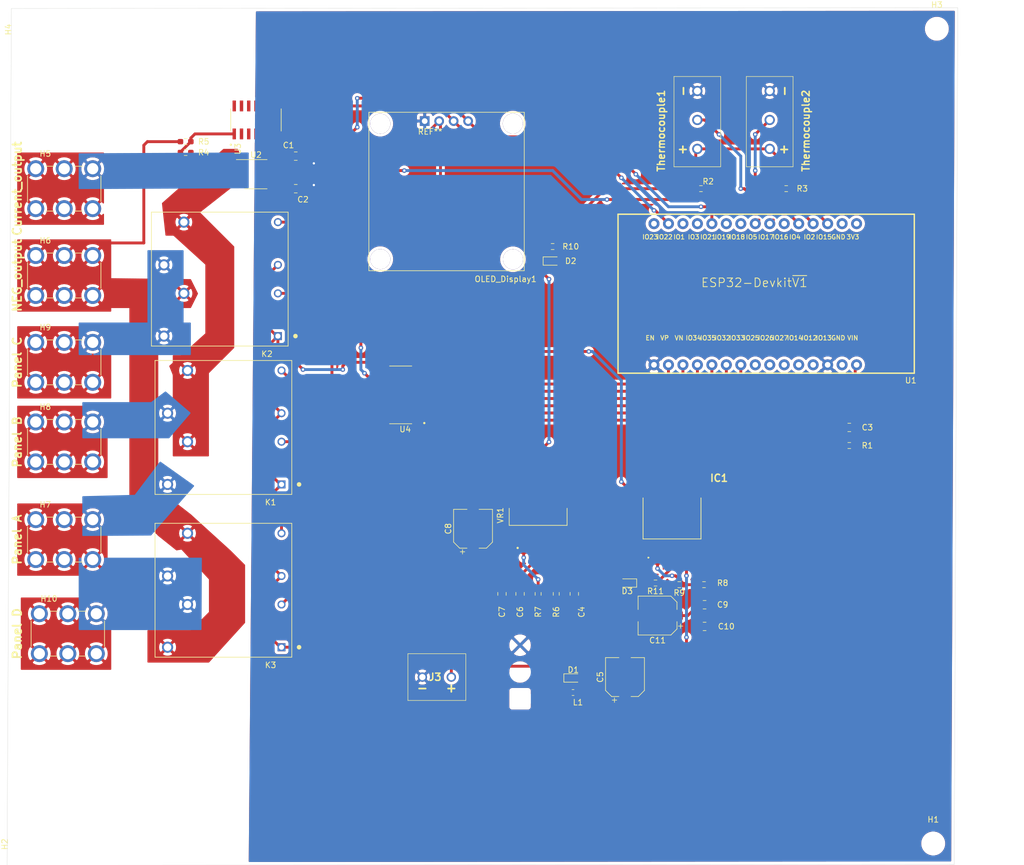
<source format=kicad_pcb>
(kicad_pcb (version 20171130) (host pcbnew "(5.1.10)-1")
  (layers (0 F.Cu signal) (31 B.Cu signal) (34 B.Paste user) (35 F.Paste user) (36 B.SilkS user) (37 F.SilkS user) (38 B.Mask user) (39 F.Mask user) (44 Edge.Cuts user))
  (net 0 "")
  (net 1 +3V3)
  (net 2 NEG_output)
  (net 3 Current_output_voltage)
  (net 4 +5V)
  (net 5 +12V)
  (net 6 Panel_A)
  (net 7 Panel_B)
  (net 8 Panel_C)
  (net 9 POS_output)
  (net 10 Panel_D)
  (net 11 Control_Signal1)
  (net 12 Temp_Output1)
  (net 13 Temp_Output)
  (net 14 "Net-(U1-Pad23)")
  (net 15 "Net-(U1-Pad24)")
  (net 16 "Net-(U1-Pad26)")
  (net 17 "Net-(U1-Pad27)")
  (net 18 "Net-(U1-Pad15)")
  (net 19 SCL)
  (net 20 "Net-(U1-Pad13)")
  (net 21 "Net-(U1-Pad12)")
  (net 22 SDA)
  (net 23 "Net-(U1-Pad10)")
  (net 24 "Net-(U1-Pad9)")
  (net 25 "Net-(U1-Pad8)")
  (net 26 "Net-(U1-Pad7)")
  (net 27 "Net-(U1-Pad6)")
  (net 28 "Net-(U1-Pad2)")
  (net 29 "Net-(U1-Pad1)")
  (net 30 "Net-(U3-Pad12)")
  (net 31 "Net-(U3-Pad11)")
  (net 32 "Net-(U3-Pad4)")
  (net 33 "Net-(U3-Pad3)")
  (net 34 VOLT_output)
  (net 35 "Net-(D2-Pad2)")
  (net 36 "Net-(D3-Pad2)")
  (net 37 "Net-(R6-Pad2)")
  (net 38 "Net-(IC1-Pad1)")
  (net 39 Control_Signal2)
  (net 40 Control_Signal3)
  (net 41 Control_Signal4)
  (net 42 Control_Signal5)
  (net 43 Control_Signal6)
  (net 44 GND1)
  (net 45 "Net-(U3-Pad14)")
  (net 46 "Net-(U3-Pad13)")
  (net 47 "Net-(C2-Pad2)")
  (net 48 "Net-(U4-Pad7)")
  (net 49 "Net-(C5-Pad1)")
  (net 50 "Net-(D1-Pad1)")
  (net 51 "Net-(K1-Pad4)")
  (net 52 "Net-(K1-Pad2)")
  (net 53 "Net-(K2-Pad4)")
  (net 54 "Net-(K2-Pad2)")
  (net 55 "Net-(K3-Pad4)")
  (net 56 "Net-(K3-Pad2)")
  (net 57 GND)
  (net 58 "Net-(U4-Pad12)")
  (net 59 Current_output)
  (module "ULN2003BDR (1):SOIC127P600X175-16N" (layer F.Cu) (at 95.25 81.915 180)
    (fp_text reference U4 (at -0.795 -6.035) (layer F.SilkS))
    (fp_text value ULN2003BDR)
    (pad 16 smd roundrect (at 2.475 -4.445 180) (size 1.97 0.6) (layers F.Cu F.Paste F.Mask) (roundrect_rratio 0.07000000000000001) (net 56 "Net-(K3-Pad2)"))
    (pad 15 smd roundrect (at 2.475 -3.175 180) (size 1.97 0.6) (layers F.Cu F.Paste F.Mask) (roundrect_rratio 0.07000000000000001) (net 55 "Net-(K3-Pad4)"))
    (pad 14 smd roundrect (at 2.475 -1.905 180) (size 1.97 0.6) (layers F.Cu F.Paste F.Mask) (roundrect_rratio 0.07000000000000001) (net 52 "Net-(K1-Pad2)"))
    (pad 13 smd roundrect (at 2.475 -0.635 180) (size 1.97 0.6) (layers F.Cu F.Paste F.Mask) (roundrect_rratio 0.07000000000000001) (net 51 "Net-(K1-Pad4)"))
    (pad 12 smd roundrect (at 2.475 0.635 180) (size 1.97 0.6) (layers F.Cu F.Paste F.Mask) (roundrect_rratio 0.07000000000000001) (net 58 "Net-(U4-Pad12)"))
    (pad 11 smd roundrect (at 2.475 1.905 180) (size 1.97 0.6) (layers F.Cu F.Paste F.Mask) (roundrect_rratio 0.07000000000000001) (net 54 "Net-(K2-Pad2)"))
    (pad 10 smd roundrect (at 2.475 3.175 180) (size 1.97 0.6) (layers F.Cu F.Paste F.Mask) (roundrect_rratio 0.07000000000000001) (net 53 "Net-(K2-Pad4)"))
    (pad 9 smd roundrect (at 2.475 4.445 180) (size 1.97 0.6) (layers F.Cu F.Paste F.Mask) (roundrect_rratio 0.07000000000000001) (net 5 +12V))
    (pad 8 smd roundrect (at -2.475 4.445 180) (size 1.97 0.6) (layers F.Cu F.Paste F.Mask) (roundrect_rratio 0.07000000000000001) (net 44 GND1))
    (pad 7 smd roundrect (at -2.475 3.175 180) (size 1.97 0.6) (layers F.Cu F.Paste F.Mask) (roundrect_rratio 0.07000000000000001) (net 48 "Net-(U4-Pad7)"))
    (pad 6 smd roundrect (at -2.475 1.905 180) (size 1.97 0.6) (layers F.Cu F.Paste F.Mask) (roundrect_rratio 0.07000000000000001) (net 11 Control_Signal1))
    (pad 5 smd roundrect (at -2.475 0.635 180) (size 1.97 0.6) (layers F.Cu F.Paste F.Mask) (roundrect_rratio 0.07000000000000001) (net 39 Control_Signal2))
    (pad 4 smd roundrect (at -2.475 -0.635 180) (size 1.97 0.6) (layers F.Cu F.Paste F.Mask) (roundrect_rratio 0.07000000000000001) (net 40 Control_Signal3))
    (pad 3 smd roundrect (at -2.475 -1.905 180) (size 1.97 0.6) (layers F.Cu F.Paste F.Mask) (roundrect_rratio 0.07000000000000001) (net 41 Control_Signal4))
    (pad 2 smd roundrect (at -2.475 -3.175 180) (size 1.97 0.6) (layers F.Cu F.Paste F.Mask) (roundrect_rratio 0.07000000000000001) (net 42 Control_Signal5))
    (pad 1 smd roundrect (at -2.475 -4.445 180) (size 1.97 0.6) (layers F.Cu F.Paste F.Mask) (roundrect_rratio 0.07000000000000001) (net 43 Control_Signal6))
  )
  (module Inductor_SMD:L_0603_1608Metric_Pad1.05x0.95mm_HandSolder (layer F.Cu) (at 125.500001 134.155001 180)
    (fp_text reference L1 (at -0.864999 -1.734999) (layer F.SilkS))
    (fp_text value 100u)
    (pad 2 smd roundrect (at 0.875 0 180) (size 1.05 0.95) (layers F.Cu F.Paste F.Mask) (net 50 "Net-(D1-Pad1)"))
    (pad 1 smd roundrect (at -0.875 0 180) (size 1.05 0.95) (layers F.Cu F.Paste F.Mask) (net 49 "Net-(C5-Pad1)"))
  )
  (module Diode_SMD:D_0603_1608Metric_Pad1.05x0.95mm_HandSolder (layer F.Cu) (at 125.545001 131.605001)
    (fp_text reference D1 (at 0 -1.43) (layer F.SilkS))
    (fp_text value D)
    (pad 2 smd roundrect (at 0.875 0) (size 1.05 0.95) (layers F.Cu F.Paste F.Mask) (net 44 GND1))
    (pad 1 smd roundrect (at -0.875 0) (size 1.05 0.95) (layers F.Cu F.Paste F.Mask) (net 50 "Net-(D1-Pad1)"))
  )
  (module Resistor_SMD:R_0603_1608Metric_Pad0.98x0.95mm_HandSolder (layer F.Cu) (at 162.9175 45.72)
    (fp_text reference R3 (at 2.8175 0) (layer F.SilkS))
    (fp_text value 4.7k)
    (pad 2 smd roundrect (at 0.9125 0) (size 0.975 0.95) (layers F.Cu F.Paste F.Mask) (net 1 +3V3))
    (pad 1 smd roundrect (at -0.9125 0) (size 0.975 0.95) (layers F.Cu F.Paste F.Mask) (net 1 +3V3))
  )
  (module 282837-3:2828373 (layer F.Cu) (at 160.02 38.735 90)
    (fp_text reference Thermocouple2 (at 3.175 6.35 90) (layer F.SilkS) (effects (font (size 1.27 1.27) (thickness 0.254))))
    (fp_text value Screw_Terminal_01x03 hide)
    (pad 3 thru_hole circle (at 10.16 0 90) (size 1.8 1.8) (drill 1.2) (layers *.Cu *.Mask) (net 44 GND1))
    (pad 2 thru_hole circle (at 5.08 0 90) (size 1.8 1.8) (drill 1.2) (layers *.Cu *.Mask) (net 12 Temp_Output1))
    (pad 1 thru_hole circle (at 0 0 90) (size 1.8 1.8) (drill 1.2) (layers *.Cu *.Mask) (net 1 +3V3))
  )
  (module 282837-3:2828373 (layer F.Cu) (at 147.32 38.735 90)
    (fp_text reference Thermocouple1 (at 3.175 -6.35 90) (layer F.SilkS) (effects (font (size 1.27 1.27) (thickness 0.254))))
    (fp_text value Screw_Terminal_01x03 hide)
    (pad 3 thru_hole circle (at 10.16 0 90) (size 1.8 1.8) (drill 1.2) (layers *.Cu *.Mask) (net 44 GND1))
    (pad 2 thru_hole circle (at 5.08 0 90) (size 1.8 1.8) (drill 1.2) (layers *.Cu *.Mask) (net 13 Temp_Output))
    (pad 1 thru_hole circle (at 0 0 90) (size 1.8 1.8) (drill 1.2) (layers *.Cu *.Mask) (net 1 +3V3))
  )
  (module 282837-2:2828372 (layer F.Cu) (at 99.06 131.445)
    (fp_text reference J3 (at 2.24 0) (layer F.SilkS) (effects (font (size 1.27 1.27) (thickness 0.254))))
    (fp_text value Screw_Terminal_01x02 hide)
    (pad 2 thru_hole circle (at 5.08 0) (size 1.65 1.65) (drill 1.1) (layers *.Cu *.Mask) (net 5 +12V))
    (pad 1 thru_hole circle (at 0 0) (size 1.65 1.65) (drill 1.1) (layers *.Cu *.Mask) (net 44 GND1))
  )
  (module AH864C_STP:OLEDdisplay (layer F.Cu) (at 89.535 60.325)
    (fp_text reference OLED_Display1 (at 24.13 1.27) (layer F.SilkS))
    (fp_text value Conn_01x04)
    (fp_text user REF** (at 10.8966 -24.6126 180) (layer F.SilkS))
    (pad "" thru_hole circle (at 2.1336 -26.0096) (size 3.5 3.5) (drill 3.5) (layers *.Cu *.Mask))
    (pad "" thru_hole circle (at 2.1336 -2.2352) (size 3.5 3.5) (drill 3.5) (layers *.Cu *.Mask))
    (pad "" thru_hole circle (at 25.4254 -2.2098) (size 3.5 3.5) (drill 3.5) (layers *.Cu *.Mask))
    (pad 3 thru_hole oval (at 15.0114 -26.4668 90) (size 1.7 1.7) (drill 1) (layers *.Cu *.Mask) (net 19 SCL))
    (pad 4 thru_hole oval (at 17.5514 -26.4668 90) (size 1.7 1.7) (drill 1) (layers *.Cu *.Mask) (net 22 SDA))
    (pad 1 thru_hole rect (at 9.9314 -26.4668 90) (size 1.7 1.7) (drill 1) (layers *.Cu *.Mask) (net 44 GND1))
    (pad 2 thru_hole oval (at 12.4714 -26.4668 90) (size 1.7 1.7) (drill 1) (layers *.Cu *.Mask) (net 4 +5V))
    (pad "" thru_hole circle (at 25.4 -26.035) (size 3.5 3.5) (drill 3.5) (layers *.Cu *.Mask))
  )
  (module LM1117SX-3:TO254P1435X464-4N (layer F.Cu) (at 119.38 102.235 90)
    (fp_text reference VR1 (at -0.825 -6.635 90) (layer F.SilkS))
    (fp_text value LM1117SX-3.3_NOPB)
    (pad 4 smd rect (at 4.16 0 90) (size 6.84 10.58) (layers F.Cu F.Mask) (net 1 +3V3))
    (pad 3 smd rect (at -6.19 2.54 90) (size 2.79 1.05) (layers F.Cu F.Paste F.Mask) (net 5 +12V))
    (pad 2 smd rect (at -6.19 0 90) (size 2.79 1.05) (layers F.Cu F.Paste F.Mask) (net 1 +3V3))
    (pad 1 smd rect (at -6.19 -2.54 90) (size 2.79 1.05) (layers F.Cu F.Paste F.Mask) (net 37 "Net-(R6-Pad2)"))
  )
  (module MCP3428-E_SL:SOIC127P600X175-14N (layer F.Cu) (at 69.85 33.655 90)
    (fp_text reference U3 (at -5.08 -3.175 90) (layer F.SilkS))
    (fp_text value MCP3428-E_SL)
    (pad 14 smd roundrect (at 2.455 -3.81 90) (size 1.9 0.6) (layers F.Cu F.Paste F.Mask) (roundrect_rratio 0.07000000000000001) (net 45 "Net-(U3-Pad14)"))
    (pad 13 smd roundrect (at 2.455 -2.54 90) (size 1.9 0.6) (layers F.Cu F.Paste F.Mask) (roundrect_rratio 0.07000000000000001) (net 46 "Net-(U3-Pad13)"))
    (pad 12 smd roundrect (at 2.455 -1.27 90) (size 1.9 0.6) (layers F.Cu F.Paste F.Mask) (roundrect_rratio 0.07000000000000001) (net 30 "Net-(U3-Pad12)"))
    (pad 11 smd roundrect (at 2.455 0 90) (size 1.9 0.6) (layers F.Cu F.Paste F.Mask) (roundrect_rratio 0.07000000000000001) (net 31 "Net-(U3-Pad11)"))
    (pad 10 smd roundrect (at 2.455 1.27 90) (size 1.9 0.6) (layers F.Cu F.Paste F.Mask) (roundrect_rratio 0.07000000000000001) (net 44 GND1))
    (pad 9 smd roundrect (at 2.455 2.54 90) (size 1.9 0.6) (layers F.Cu F.Paste F.Mask) (roundrect_rratio 0.07000000000000001) (net 44 GND1))
    (pad 8 smd roundrect (at 2.455 3.81 90) (size 1.9 0.6) (layers F.Cu F.Paste F.Mask) (roundrect_rratio 0.07000000000000001) (net 19 SCL))
    (pad 7 smd roundrect (at -2.455 3.81 90) (size 1.9 0.6) (layers F.Cu F.Paste F.Mask) (roundrect_rratio 0.07000000000000001) (net 22 SDA))
    (pad 6 smd roundrect (at -2.455 2.54 90) (size 1.9 0.6) (layers F.Cu F.Paste F.Mask) (roundrect_rratio 0.07000000000000001) (net 4 +5V))
    (pad 5 smd roundrect (at -2.455 1.27 90) (size 1.9 0.6) (layers F.Cu F.Paste F.Mask) (roundrect_rratio 0.07000000000000001) (net 44 GND1))
    (pad 4 smd roundrect (at -2.455 0 90) (size 1.9 0.6) (layers F.Cu F.Paste F.Mask) (roundrect_rratio 0.07000000000000001) (net 32 "Net-(U3-Pad4)"))
    (pad 3 smd roundrect (at -2.455 -1.27 90) (size 1.9 0.6) (layers F.Cu F.Paste F.Mask) (roundrect_rratio 0.07000000000000001) (net 33 "Net-(U3-Pad3)"))
    (pad 2 smd roundrect (at -2.455 -2.54 90) (size 1.9 0.6) (layers F.Cu F.Paste F.Mask) (roundrect_rratio 0.07000000000000001) (net 57 GND))
    (pad 1 smd roundrect (at -2.455 -3.81 90) (size 1.9 0.6) (layers F.Cu F.Paste F.Mask) (roundrect_rratio 0.07000000000000001) (net 34 VOLT_output))
  )
  (module Package_SO:SOIC-8_3.9x4.9mm_P1.27mm (layer F.Cu) (at 69.85 43.18)
    (fp_text reference U2 (at 0 -3.4) (layer F.SilkS))
    (fp_text value ACS714xLCTR-30A)
    (pad 8 smd roundrect (at 2.475 -1.905) (size 1.95 0.6) (layers F.Cu F.Paste F.Mask) (net 4 +5V))
    (pad 7 smd roundrect (at 2.475 -0.635) (size 1.95 0.6) (layers F.Cu F.Paste F.Mask) (net 3 Current_output_voltage))
    (pad 6 smd roundrect (at 2.475 0.635) (size 1.95 0.6) (layers F.Cu F.Paste F.Mask) (net 47 "Net-(C2-Pad2)"))
    (pad 5 smd roundrect (at 2.475 1.905) (size 1.95 0.6) (layers F.Cu F.Paste F.Mask) (net 44 GND1))
    (pad 4 smd roundrect (at -2.475 1.905) (size 1.95 0.6) (layers F.Cu F.Paste) (net 59 Current_output))
    (pad 3 smd roundrect (at -2.475 0.635) (size 1.95 0.6) (layers F.Cu F.Paste F.Mask) (net 59 Current_output))
    (pad 2 smd roundrect (at -2.475 -0.635) (size 1.95 0.6) (layers F.Cu F.Paste F.Mask) (net 9 POS_output))
    (pad 1 smd roundrect (at -2.475 -1.905) (size 1.95 0.6) (layers F.Cu F.Paste F.Mask) (net 9 POS_output))
  )
  (module ESP32DEVKITV1:ESP32-DEVKITV1 (layer F.Cu) (at 152.4 65.405 180)
    (fp_text reference U1 (at -32.385 -13.97) (layer F.SilkS))
    (fp_text value ESP32DEVKITV1)
    (fp_text user ESP32-Devkit~V1 (at -4.93 3.18) (layer F.SilkS) (effects (font (size 1.52 1.52))))
    (fp_text user EN (at 13.37 -6.52) (layer F.SilkS) (effects (font (size 0.8 0.8))))
    (fp_text user VP (at 10.83 -6.52) (layer F.SilkS) (effects (font (size 0.8 0.8))))
    (fp_text user VN (at 8.29 -6.52) (layer F.SilkS) (effects (font (size 0.8 0.8))))
    (fp_text user IO34 (at 5.75 -6.52) (layer F.SilkS) (effects (font (size 0.8 0.8))))
    (fp_text user IO35 (at 3.21 -6.52) (layer F.SilkS) (effects (font (size 0.8 0.8))))
    (fp_text user IO32 (at 0.67 -6.52) (layer F.SilkS) (effects (font (size 0.8 0.8))))
    (fp_text user IO33 (at -1.87 -6.52) (layer F.SilkS) (effects (font (size 0.8 0.8))))
    (fp_text user IO25 (at -4.41 -6.52) (layer F.SilkS) (effects (font (size 0.8 0.8))))
    (fp_text user IO26 (at -6.95 -6.52) (layer F.SilkS) (effects (font (size 0.8 0.8))))
    (fp_text user IO27 (at -9.49 -6.52) (layer F.SilkS) (effects (font (size 0.8 0.8))))
    (fp_text user IO14 (at -12.03 -6.52) (layer F.SilkS) (effects (font (size 0.8 0.8))))
    (fp_text user IO12 (at -14.57 -6.52) (layer F.SilkS) (effects (font (size 0.8 0.8))))
    (fp_text user IO13 (at -17.11 -6.52) (layer F.SilkS) (effects (font (size 0.8 0.8))))
    (fp_text user GND (at -19.65 -6.52) (layer F.SilkS) (effects (font (size 0.8 0.8))))
    (fp_text user VIN (at -22.19 -6.52) (layer F.SilkS) (effects (font (size 0.8 0.8))))
    (fp_text user IO23 (at 13.35 11.2) (layer F.SilkS) (effects (font (size 0.8 0.8))))
    (fp_text user IO22 (at 10.81 11.2) (layer F.SilkS) (effects (font (size 0.8 0.8))))
    (fp_text user IO1 (at 8.27 11.2) (layer F.SilkS) (effects (font (size 0.8 0.8))))
    (fp_text user IO3 (at 5.73 11.2) (layer F.SilkS) (effects (font (size 0.8 0.8))))
    (fp_text user IO21 (at 3.19 11.2) (layer F.SilkS) (effects (font (size 0.8 0.8))))
    (fp_text user IO19 (at 0.65 11.2) (layer F.SilkS) (effects (font (size 0.8 0.8))))
    (fp_text user IO18 (at -1.89 11.2) (layer F.SilkS) (effects (font (size 0.8 0.8))))
    (fp_text user IO5 (at -4.43 11.2) (layer F.SilkS) (effects (font (size 0.8 0.8))))
    (fp_text user IO17 (at -6.97 11.2) (layer F.SilkS) (effects (font (size 0.8 0.8))))
    (fp_text user IO16 (at -9.51 11.2) (layer F.SilkS) (effects (font (size 0.8 0.8))))
    (fp_text user IO4 (at -12.05 11.2) (layer F.SilkS) (effects (font (size 0.8 0.8))))
    (fp_text user IO2 (at -14.59 11.2) (layer F.SilkS) (effects (font (size 0.8 0.8))))
    (fp_text user IO15 (at -17.13 11.2) (layer F.SilkS) (effects (font (size 0.8 0.8))))
    (fp_text user GND (at -19.67 11.2) (layer F.SilkS) (effects (font (size 0.8 0.8))))
    (fp_text user 3V3 (at -22.21 11.2) (layer F.SilkS) (effects (font (size 0.8 0.8))))
    (pad 16 thru_hole circle (at 12.69 -11.23 180) (size 1.9304 1.9304) (drill 1) (layers *.Cu *.Mask) (net 44 GND1))
    (pad 17 thru_hole circle (at 10.15 -11.23 180) (size 1.9304 1.9304) (drill 1) (layers *.Cu *.Mask) (net 11 Control_Signal1))
    (pad 18 thru_hole circle (at 7.61 -11.23 180) (size 1.9304 1.9304) (drill 1) (layers *.Cu *.Mask) (net 39 Control_Signal2))
    (pad 19 thru_hole circle (at 5.07 -11.23 180) (size 1.9304 1.9304) (drill 1) (layers *.Cu *.Mask) (net 40 Control_Signal3))
    (pad 20 thru_hole circle (at 2.53 -11.23 180) (size 1.9304 1.9304) (drill 1) (layers *.Cu *.Mask) (net 41 Control_Signal4))
    (pad 21 thru_hole circle (at -0.01 -11.23 180) (size 1.9304 1.9304) (drill 1) (layers *.Cu *.Mask) (net 42 Control_Signal5))
    (pad 22 thru_hole circle (at -2.55 -11.23 180) (size 1.9304 1.9304) (drill 1) (layers *.Cu *.Mask) (net 43 Control_Signal6))
    (pad 23 thru_hole circle (at -5.09 -11.23 180) (size 1.9304 1.9304) (drill 1) (layers *.Cu *.Mask) (net 14 "Net-(U1-Pad23)"))
    (pad 24 thru_hole circle (at -7.63 -11.23 180) (size 1.9304 1.9304) (drill 1) (layers *.Cu *.Mask) (net 15 "Net-(U1-Pad24)"))
    (pad 25 thru_hole circle (at -10.17 -11.23 180) (size 1.9304 1.9304) (drill 1) (layers *.Cu *.Mask))
    (pad 26 thru_hole circle (at -12.71 -11.23 180) (size 1.9304 1.9304) (drill 1) (layers *.Cu *.Mask) (net 16 "Net-(U1-Pad26)"))
    (pad 27 thru_hole circle (at -15.25 -11.23 180) (size 1.9304 1.9304) (drill 1) (layers *.Cu *.Mask) (net 17 "Net-(U1-Pad27)"))
    (pad 28 thru_hole circle (at -17.79 -11.23 180) (size 1.9304 1.9304) (drill 1) (layers *.Cu *.Mask) (net 44 GND1))
    (pad 29 thru_hole circle (at -20.33 -11.23 180) (size 1.9304 1.9304) (drill 1) (layers *.Cu *.Mask))
    (pad 30 thru_hole circle (at -22.87 -11.23 180) (size 1.9304 1.9304) (drill 1) (layers *.Cu *.Mask) (net 4 +5V))
    (pad 15 thru_hole circle (at 12.69 13.54 180) (size 1.9304 1.9304) (drill 1) (layers *.Cu *.Mask) (net 18 "Net-(U1-Pad15)"))
    (pad 14 thru_hole circle (at 10.15 13.54 180) (size 1.9304 1.9304) (drill 1) (layers *.Cu *.Mask) (net 19 SCL))
    (pad 13 thru_hole circle (at 7.61 13.54 180) (size 1.9304 1.9304) (drill 1) (layers *.Cu *.Mask) (net 20 "Net-(U1-Pad13)"))
    (pad 12 thru_hole circle (at 5.07 13.54 180) (size 1.9304 1.9304) (drill 1) (layers *.Cu *.Mask) (net 21 "Net-(U1-Pad12)"))
    (pad 11 thru_hole circle (at 2.53 13.54 180) (size 1.9304 1.9304) (drill 1) (layers *.Cu *.Mask) (net 22 SDA))
    (pad 10 thru_hole circle (at -0.01 13.54 180) (size 1.9304 1.9304) (drill 1) (layers *.Cu *.Mask) (net 23 "Net-(U1-Pad10)"))
    (pad 9 thru_hole circle (at -2.55 13.54 180) (size 1.9304 1.9304) (drill 1) (layers *.Cu *.Mask) (net 24 "Net-(U1-Pad9)"))
    (pad 8 thru_hole circle (at -5.09 13.54 180) (size 1.9304 1.9304) (drill 1) (layers *.Cu *.Mask) (net 25 "Net-(U1-Pad8)"))
    (pad 7 thru_hole circle (at -7.63 13.54 180) (size 1.9304 1.9304) (drill 1) (layers *.Cu *.Mask) (net 26 "Net-(U1-Pad7)"))
    (pad 6 thru_hole circle (at -10.17 13.54 180) (size 1.9304 1.9304) (drill 1) (layers *.Cu *.Mask) (net 27 "Net-(U1-Pad6)"))
    (pad 5 thru_hole circle (at -12.71 13.54 180) (size 1.9304 1.9304) (drill 1) (layers *.Cu *.Mask) (net 3 Current_output_voltage))
    (pad 4 thru_hole circle (at -15.25 13.54 180) (size 1.9304 1.9304) (drill 1) (layers *.Cu *.Mask) (net 13 Temp_Output))
    (pad 3 thru_hole circle (at -17.79 13.54 180) (size 1.9304 1.9304) (drill 1) (layers *.Cu *.Mask) (net 12 Temp_Output1))
    (pad 2 thru_hole circle (at -20.33 13.54 180) (size 1.9304 1.9304) (drill 1) (layers *.Cu *.Mask) (net 28 "Net-(U1-Pad2)"))
    (pad 1 thru_hole circle (at -22.87 13.54 180) (size 1.9304 1.9304) (drill 1) (layers *.Cu *.Mask) (net 29 "Net-(U1-Pad1)"))
  )
  (module Resistor_SMD:R_0603_1608Metric_Pad0.98x0.95mm_HandSolder (layer F.Cu) (at 139.9775 114.935 180)
    (fp_text reference R11 (at 0 -1.43) (layer F.SilkS))
    (fp_text value 1k)
    (pad 2 smd roundrect (at 0.9125 0 180) (size 0.975 0.95) (layers F.Cu F.Paste F.Mask) (net 36 "Net-(D3-Pad2)"))
    (pad 1 smd roundrect (at -0.9125 0 180) (size 0.975 0.95) (layers F.Cu F.Paste F.Mask) (net 4 +5V))
  )
  (module Resistor_SMD:R_0603_1608Metric_Pad0.98x0.95mm_HandSolder (layer F.Cu) (at 121.92 55.88)
    (fp_text reference R10 (at 3.175 0) (layer F.SilkS))
    (fp_text value 1k)
    (pad 2 smd roundrect (at 0.9125 0) (size 0.975 0.95) (layers F.Cu F.Paste F.Mask) (net 35 "Net-(D2-Pad2)"))
    (pad 1 smd roundrect (at -0.9125 0) (size 0.975 0.95) (layers F.Cu F.Paste F.Mask) (net 1 +3V3))
  )
  (module Resistor_SMD:R_0603_1608Metric_Pad0.98x0.95mm_HandSolder (layer F.Cu) (at 144.144 115.227 180)
    (fp_text reference R9 (at 0 -1.43) (layer F.SilkS))
    (fp_text value 715)
    (pad 2 smd roundrect (at 0.9125 0 180) (size 0.975 0.95) (layers F.Cu F.Paste F.Mask) (net 44 GND1))
    (pad 1 smd roundrect (at -0.9125 0 180) (size 0.975 0.95) (layers F.Cu F.Paste F.Mask) (net 38 "Net-(IC1-Pad1)"))
  )
  (module Resistor_SMD:R_0603_1608Metric_Pad0.98x0.95mm_HandSolder (layer F.Cu) (at 148.494 115.227 180)
    (fp_text reference R8 (at -3.271 0.292) (layer F.SilkS))
    (fp_text value 240)
    (pad 2 smd roundrect (at 0.9125 0 180) (size 0.975 0.95) (layers F.Cu F.Paste F.Mask) (net 38 "Net-(IC1-Pad1)"))
    (pad 1 smd roundrect (at -0.9125 0 180) (size 0.975 0.95) (layers F.Cu F.Paste F.Mask) (net 4 +5V))
  )
  (module Resistor_SMD:R_0603_1608Metric_Pad0.98x0.95mm_HandSolder (layer F.Cu) (at 119.38 116.84 270)
    (fp_text reference R7 (at 3.175 0 90) (layer F.SilkS))
    (fp_text value 390)
    (pad 2 smd roundrect (at 0.9125 0 270) (size 0.975 0.95) (layers F.Cu F.Paste F.Mask) (net 44 GND1))
    (pad 1 smd roundrect (at -0.9125 0 270) (size 0.975 0.95) (layers F.Cu F.Paste F.Mask) (net 37 "Net-(R6-Pad2)"))
  )
  (module Resistor_SMD:R_0603_1608Metric_Pad0.98x0.95mm_HandSolder (layer F.Cu) (at 122.555 116.84 270)
    (fp_text reference R6 (at 3.175 0 90) (layer F.SilkS))
    (fp_text value 240)
    (pad 2 smd roundrect (at 0.9125 0 270) (size 0.975 0.95) (layers F.Cu F.Paste F.Mask) (net 37 "Net-(R6-Pad2)"))
    (pad 1 smd roundrect (at -0.9125 0 270) (size 0.975 0.95) (layers F.Cu F.Paste F.Mask) (net 1 +3V3))
  )
  (module Resistor_SMD:R_0603_1608Metric_Pad0.98x0.95mm_HandSolder (layer F.Cu) (at 57.5075 37.465 180)
    (fp_text reference R5 (at -3.175 0) (layer F.SilkS))
    (fp_text value 3K)
    (pad 2 smd roundrect (at 0.9125 0 180) (size 0.975 0.95) (layers F.Cu F.Paste F.Mask) (net 2 NEG_output))
    (pad 1 smd roundrect (at -0.9125 0 180) (size 0.975 0.95) (layers F.Cu F.Paste F.Mask) (net 34 VOLT_output))
  )
  (module Resistor_SMD:R_0603_1608Metric_Pad0.98x0.95mm_HandSolder (layer F.Cu) (at 57.5075 39.37 180)
    (fp_text reference R4 (at -3.175 0 180) (layer F.SilkS))
    (fp_text value 82K)
    (pad 2 smd roundrect (at 0.9125 0 180) (size 0.975 0.95) (layers F.Cu F.Paste F.Mask) (net 34 VOLT_output))
    (pad 1 smd roundrect (at -0.9125 0 180) (size 0.975 0.95) (layers F.Cu F.Paste F.Mask) (net 9 POS_output))
  )
  (module Resistor_SMD:R_0603_1608Metric_Pad0.98x0.95mm_HandSolder (layer F.Cu) (at 147.955 45.72 180)
    (fp_text reference R2 (at -1.27 1.27) (layer F.SilkS))
    (fp_text value 4.7k)
    (pad 2 smd roundrect (at 0.9125 0 180) (size 0.975 0.95) (layers F.Cu F.Paste F.Mask) (net 1 +3V3))
    (pad 1 smd roundrect (at -0.9125 0 180) (size 0.975 0.95) (layers F.Cu F.Paste F.Mask) (net 1 +3V3))
  )
  (module Resistor_SMD:R_0603_1608Metric_Pad0.98x0.95mm_HandSolder (layer F.Cu) (at 173.99 90.805 180)
    (fp_text reference R1 (at -3.175 0) (layer F.SilkS))
    (fp_text value 10k)
    (pad 2 smd roundrect (at 0.9125 0 180) (size 0.975 0.95) (layers F.Cu F.Paste F.Mask) (net 44 GND1))
    (pad 1 smd roundrect (at -0.9125 0 180) (size 0.975 0.95) (layers F.Cu F.Paste F.Mask) (net 4 +5V))
  )
  (module FTR-J2AK006W:RELAY_FTR-J2AK006W (layer F.Cu) (at 64.135 116.205 180)
    (fp_text reference K3 (at -8.277375 -13.138885) (layer F.SilkS) (effects (font (size 1.000291 1.000291))))
    (fp_text value FTR-J2AK006W)
    (pad 5 thru_hole circle (at 9.8 -10 180) (size 1.95 1.95) (drill 1.3) (layers *.Cu *.Mask) (net 2 NEG_output))
    (pad 8 thru_hole circle (at 6.3 10 180) (size 1.95 1.95) (drill 1.3) (layers *.Cu *.Mask) (net 2 NEG_output))
    (pad 7 thru_hole circle (at 9.8 2.5 180) (size 1.95 1.95) (drill 1.3) (layers *.Cu *.Mask) (net 10 Panel_D))
    (pad 6 thru_hole circle (at 6.3 -2.5 180) (size 1.95 1.95) (drill 1.3) (layers *.Cu *.Mask) (net 10 Panel_D))
    (pad 4 thru_hole circle (at -10.2 10 180) (size 1.408 1.408) (drill 0.9) (layers *.Cu *.Mask) (net 55 "Net-(K3-Pad4)"))
    (pad 1 thru_hole rect (at -10.2 -10 180) (size 1.408 1.408) (drill 0.9) (layers *.Cu *.Mask) (net 5 +12V))
    (pad 3 thru_hole circle (at -10.2 2.5 180) (size 1.408 1.408) (drill 0.9) (layers *.Cu *.Mask) (net 5 +12V))
    (pad 2 thru_hole circle (at -10.2 -2.5 180) (size 1.408 1.408) (drill 0.9) (layers *.Cu *.Mask) (net 56 "Net-(K3-Pad2)"))
  )
  (module FTR-J2AK006W:RELAY_FTR-J2AK006W (layer F.Cu) (at 63.5 61.595 180)
    (fp_text reference K2 (at -8.277375 -13.138885) (layer F.SilkS) (effects (font (size 1.000291 1.000291))))
    (fp_text value FTR-J2AK006W)
    (pad 5 thru_hole circle (at 9.8 -10 180) (size 1.95 1.95) (drill 1.3) (layers *.Cu *.Mask) (net 8 Panel_C))
    (pad 8 thru_hole circle (at 6.3 10 180) (size 1.95 1.95) (drill 1.3) (layers *.Cu *.Mask) (net 9 POS_output))
    (pad 7 thru_hole circle (at 9.8 2.5 180) (size 1.95 1.95) (drill 1.3) (layers *.Cu *.Mask) (net 8 Panel_C))
    (pad 6 thru_hole circle (at 6.3 -2.5 180) (size 1.95 1.95) (drill 1.3) (layers *.Cu *.Mask) (net 2 NEG_output))
    (pad 4 thru_hole circle (at -10.2 10 180) (size 1.408 1.408) (drill 0.9) (layers *.Cu *.Mask) (net 53 "Net-(K2-Pad4)"))
    (pad 1 thru_hole rect (at -10.2 -10 180) (size 1.408 1.408) (drill 0.9) (layers *.Cu *.Mask) (net 5 +12V))
    (pad 3 thru_hole circle (at -10.2 2.5 180) (size 1.408 1.408) (drill 0.9) (layers *.Cu *.Mask) (net 5 +12V))
    (pad 2 thru_hole circle (at -10.2 -2.5 180) (size 1.408 1.408) (drill 0.9) (layers *.Cu *.Mask) (net 54 "Net-(K2-Pad2)"))
  )
  (module FTR-J2AK006W:RELAY_FTR-J2AK006W (layer F.Cu) (at 64.135 87.63 180)
    (fp_text reference K1 (at -8.277375 -13.138885) (layer F.SilkS) (effects (font (size 1.000291 1.000291))))
    (fp_text value FTR-J2AK006W)
    (pad 5 thru_hole circle (at 9.8 -10 180) (size 1.95 1.95) (drill 1.3) (layers *.Cu *.Mask) (net 6 Panel_A))
    (pad 8 thru_hole circle (at 6.3 10 180) (size 1.95 1.95) (drill 1.3) (layers *.Cu *.Mask) (net 9 POS_output))
    (pad 7 thru_hole circle (at 9.8 2.5 180) (size 1.95 1.95) (drill 1.3) (layers *.Cu *.Mask) (net 7 Panel_B))
    (pad 6 thru_hole circle (at 6.3 -2.5 180) (size 1.95 1.95) (drill 1.3) (layers *.Cu *.Mask) (net 9 POS_output))
    (pad 4 thru_hole circle (at -10.2 10 180) (size 1.408 1.408) (drill 0.9) (layers *.Cu *.Mask) (net 51 "Net-(K1-Pad4)"))
    (pad 1 thru_hole rect (at -10.2 -10 180) (size 1.408 1.408) (drill 0.9) (layers *.Cu *.Mask) (net 5 +12V))
    (pad 3 thru_hole circle (at -10.2 2.5 180) (size 1.408 1.408) (drill 0.9) (layers *.Cu *.Mask) (net 5 +12V))
    (pad 2 thru_hole circle (at -10.2 -2.5 180) (size 1.408 1.408) (drill 0.9) (layers *.Cu *.Mask) (net 52 "Net-(K1-Pad2)"))
  )
  (module LIB_LM1117SX-5:LM1117SX50NOPB (layer F.Cu) (at 142.875 102.87)
    (fp_text reference IC1 (at 8.255 -6.35) (layer F.SilkS) (effects (font (size 1.27 1.27) (thickness 0.254))))
    (fp_text value LM1117SX-5.0_NOPB hide)
    (pad 5 smd rect (at 0 -1.95 90) (size 5.08 8.33) (layers F.Cu F.Paste F.Mask) (net 4 +5V))
    (pad 4 smd rect (at 0 -5.445 90) (size 1.91 10.8) (layers F.Cu F.Paste F.Mask) (net 4 +5V))
    (pad 3 smd rect (at 2.54 7.77) (size 1.07 2.16) (layers F.Cu F.Paste F.Mask) (net 49 "Net-(C5-Pad1)"))
    (pad 2 smd rect (at 0 7.77) (size 1.07 2.16) (layers F.Cu F.Paste F.Mask) (net 4 +5V))
    (pad 1 smd rect (at -2.54 7.77) (size 1.07 2.16) (layers F.Cu F.Paste F.Mask) (net 38 "Net-(IC1-Pad1)"))
  )
  (module "8197 (1):KEYSTONE_8197" (layer F.Cu) (at 36.195 60.96)
    (fp_text reference H6 (at -3.325 -6.135) (layer F.SilkS))
    (fp_text value NEG_output)
    (pad 6 thru_hole circle (at 5 -3.505) (size 2.97 2.97) (drill 1.98) (layers *.Cu *.Mask) (net 2 NEG_output))
    (pad 5 thru_hole circle (at 5 3.505) (size 2.97 2.97) (drill 1.98) (layers *.Cu *.Mask) (net 2 NEG_output))
    (pad 4 thru_hole circle (at 0 -3.505) (size 2.97 2.97) (drill 1.98) (layers *.Cu *.Mask) (net 2 NEG_output))
    (pad 3 thru_hole circle (at 0 3.505) (size 2.97 2.97) (drill 1.98) (layers *.Cu *.Mask) (net 2 NEG_output))
    (pad 2 thru_hole circle (at -5 -3.505) (size 2.97 2.97) (drill 1.98) (layers *.Cu *.Mask) (net 2 NEG_output))
    (pad 1 thru_hole circle (at -5 3.505) (size 2.97 2.97) (drill 1.98) (layers *.Cu *.Mask) (net 2 NEG_output))
  )
  (module "8197 (1):KEYSTONE_8197" (layer F.Cu) (at 36.195 45.72)
    (fp_text reference H5 (at -3.325 -6.135) (layer F.SilkS))
    (fp_text value POS_output)
    (pad 6 thru_hole circle (at 5 -3.505) (size 2.97 2.97) (drill 1.98) (layers *.Cu *.Mask) (net 59 Current_output))
    (pad 5 thru_hole circle (at 5 3.505) (size 2.97 2.97) (drill 1.98) (layers *.Cu *.Mask) (net 59 Current_output))
    (pad 4 thru_hole circle (at 0 -3.505) (size 2.97 2.97) (drill 1.98) (layers *.Cu *.Mask) (net 59 Current_output))
    (pad 3 thru_hole circle (at 0 3.505) (size 2.97 2.97) (drill 1.98) (layers *.Cu *.Mask) (net 59 Current_output))
    (pad 2 thru_hole circle (at -5 -3.505) (size 2.97 2.97) (drill 1.98) (layers *.Cu *.Mask) (net 59 Current_output))
    (pad 1 thru_hole circle (at -5 3.505) (size 2.97 2.97) (drill 1.98) (layers *.Cu *.Mask) (net 59 Current_output))
  )
  (module "8197 (1):KEYSTONE_8197" (layer F.Cu) (at 36.83 123.825)
    (fp_text reference H10 (at -3.325 -6.135) (layer F.SilkS))
    (fp_text value "Panel D")
    (pad 6 thru_hole circle (at 5 -3.505) (size 2.97 2.97) (drill 1.98) (layers *.Cu *.Mask) (net 10 Panel_D))
    (pad 5 thru_hole circle (at 5 3.505) (size 2.97 2.97) (drill 1.98) (layers *.Cu *.Mask) (net 10 Panel_D))
    (pad 4 thru_hole circle (at 0 -3.505) (size 2.97 2.97) (drill 1.98) (layers *.Cu *.Mask) (net 10 Panel_D))
    (pad 3 thru_hole circle (at 0 3.505) (size 2.97 2.97) (drill 1.98) (layers *.Cu *.Mask) (net 10 Panel_D))
    (pad 2 thru_hole circle (at -5 -3.505) (size 2.97 2.97) (drill 1.98) (layers *.Cu *.Mask) (net 10 Panel_D))
    (pad 1 thru_hole circle (at -5 3.505) (size 2.97 2.97) (drill 1.98) (layers *.Cu *.Mask) (net 10 Panel_D))
  )
  (module "8197 (1):KEYSTONE_8197" (layer F.Cu) (at 36.195 76.2)
    (fp_text reference H9 (at -3.325 -6.135) (layer F.SilkS))
    (fp_text value "Panel C")
    (pad 6 thru_hole circle (at 5 -3.505) (size 2.97 2.97) (drill 1.98) (layers *.Cu *.Mask) (net 8 Panel_C))
    (pad 5 thru_hole circle (at 5 3.505) (size 2.97 2.97) (drill 1.98) (layers *.Cu *.Mask) (net 8 Panel_C))
    (pad 4 thru_hole circle (at 0 -3.505) (size 2.97 2.97) (drill 1.98) (layers *.Cu *.Mask) (net 8 Panel_C))
    (pad 3 thru_hole circle (at 0 3.505) (size 2.97 2.97) (drill 1.98) (layers *.Cu *.Mask) (net 8 Panel_C))
    (pad 2 thru_hole circle (at -5 -3.505) (size 2.97 2.97) (drill 1.98) (layers *.Cu *.Mask) (net 8 Panel_C))
    (pad 1 thru_hole circle (at -5 3.505) (size 2.97 2.97) (drill 1.98) (layers *.Cu *.Mask) (net 8 Panel_C))
  )
  (module "8197 (1):KEYSTONE_8197" (layer F.Cu) (at 36.195 90.17)
    (fp_text reference H8 (at -3.325 -6.135) (layer F.SilkS))
    (fp_text value "Panel B")
    (pad 6 thru_hole circle (at 5 -3.505) (size 2.97 2.97) (drill 1.98) (layers *.Cu *.Mask) (net 7 Panel_B))
    (pad 5 thru_hole circle (at 5 3.505) (size 2.97 2.97) (drill 1.98) (layers *.Cu *.Mask) (net 7 Panel_B))
    (pad 4 thru_hole circle (at 0 -3.505) (size 2.97 2.97) (drill 1.98) (layers *.Cu *.Mask) (net 7 Panel_B))
    (pad 3 thru_hole circle (at 0 3.505) (size 2.97 2.97) (drill 1.98) (layers *.Cu *.Mask) (net 7 Panel_B))
    (pad 2 thru_hole circle (at -5 -3.505) (size 2.97 2.97) (drill 1.98) (layers *.Cu *.Mask) (net 7 Panel_B))
    (pad 1 thru_hole circle (at -5 3.505) (size 2.97 2.97) (drill 1.98) (layers *.Cu *.Mask) (net 7 Panel_B))
  )
  (module "8197 (1):KEYSTONE_8197" (layer F.Cu) (at 36.195 107.315)
    (fp_text reference H7 (at -3.325 -6.135) (layer F.SilkS))
    (fp_text value "Panel A")
    (pad 6 thru_hole circle (at 5 -3.505) (size 2.97 2.97) (drill 1.98) (layers *.Cu *.Mask) (net 6 Panel_A))
    (pad 5 thru_hole circle (at 5 3.505) (size 2.97 2.97) (drill 1.98) (layers *.Cu *.Mask) (net 6 Panel_A))
    (pad 4 thru_hole circle (at 0 -3.505) (size 2.97 2.97) (drill 1.98) (layers *.Cu *.Mask) (net 6 Panel_A))
    (pad 3 thru_hole circle (at 0 3.505) (size 2.97 2.97) (drill 1.98) (layers *.Cu *.Mask) (net 6 Panel_A))
    (pad 2 thru_hole circle (at -5 -3.505) (size 2.97 2.97) (drill 1.98) (layers *.Cu *.Mask) (net 6 Panel_A))
    (pad 1 thru_hole circle (at -5 3.505) (size 2.97 2.97) (drill 1.98) (layers *.Cu *.Mask) (net 6 Panel_A))
  )
  (module MountingHole:MountingHole_3.2mm_M3 (layer F.Cu) (at 188.722 160.655)
    (fp_text reference H1 (at 0 -4.2) (layer F.SilkS))
    (fp_text value MountingHole)
    (pad 1 np_thru_hole circle (at 0 0) (size 3.2 3.2) (drill 3.2) (layers *.Cu *.Mask))
  )
  (module Diode_SMD:D_0603_1608Metric_Pad1.05x0.95mm_HandSolder (layer F.Cu) (at 135.015 114.935 180)
    (fp_text reference D3 (at 0 -1.43) (layer F.SilkS))
    (fp_text value LED)
    (pad 2 smd roundrect (at 0.875 0 180) (size 1.05 0.95) (layers F.Cu F.Paste F.Mask) (net 36 "Net-(D3-Pad2)"))
    (pad 1 smd roundrect (at -0.875 0 180) (size 1.05 0.95) (layers F.Cu F.Paste F.Mask) (net 44 GND1))
  )
  (module Diode_SMD:D_0603_1608Metric_Pad1.05x0.95mm_HandSolder (layer F.Cu) (at 121.92 58.42)
    (fp_text reference D2 (at 3.175 0) (layer F.SilkS))
    (fp_text value LED)
    (pad 2 smd roundrect (at 0.875 0) (size 1.05 0.95) (layers F.Cu F.Paste F.Mask) (net 35 "Net-(D2-Pad2)"))
    (pad 1 smd roundrect (at -0.875 0) (size 1.05 0.95) (layers F.Cu F.Paste F.Mask) (net 44 GND1))
  )
  (module Capacitor_SMD:CP_Elec_6.3x5.8 (layer F.Cu) (at 140.335 120.65 180)
    (fp_text reference C11 (at 0 -4.35) (layer F.SilkS))
    (fp_text value 47u)
    (pad 2 smd roundrect (at 2.7 0 180) (size 3.5 1.6) (layers F.Cu F.Paste F.Mask) (roundrect_rratio 0.15625) (net 44 GND1))
    (pad 1 smd roundrect (at -2.7 0 180) (size 3.5 1.6) (layers F.Cu F.Paste F.Mask) (roundrect_rratio 0.15625) (net 4 +5V))
  )
  (module Capacitor_SMD:C_0805_2012Metric_Pad1.18x1.45mm_HandSolder (layer F.Cu) (at 148.59 122.555)
    (fp_text reference C10 (at 3.81 0) (layer F.SilkS))
    (fp_text value 10u)
    (pad 2 smd roundrect (at 1.0375 0) (size 1.175 1.45) (layers F.Cu F.Paste F.Mask) (roundrect_rratio 0.212766) (net 44 GND1))
    (pad 1 smd roundrect (at -1.0375 0) (size 1.175 1.45) (layers F.Cu F.Paste F.Mask) (roundrect_rratio 0.212766) (net 4 +5V))
  )
  (module Capacitor_SMD:C_0805_2012Metric_Pad1.18x1.45mm_HandSolder (layer F.Cu) (at 148.59 118.745)
    (fp_text reference C9 (at 3.175 0) (layer F.SilkS))
    (fp_text value 0.1u)
    (pad 2 smd roundrect (at 1.0375 0) (size 1.175 1.45) (layers F.Cu F.Paste F.Mask) (roundrect_rratio 0.212766) (net 44 GND1))
    (pad 1 smd roundrect (at -1.0375 0) (size 1.175 1.45) (layers F.Cu F.Paste F.Mask) (roundrect_rratio 0.212766) (net 4 +5V))
  )
  (module Capacitor_SMD:CP_Elec_6.3x5.8 (layer F.Cu) (at 107.95 105.41 90)
    (fp_text reference C8 (at 0 -4.35 90) (layer F.SilkS))
    (fp_text value 47u)
    (pad 2 smd roundrect (at 2.7 0 90) (size 3.5 1.6) (layers F.Cu F.Paste F.Mask) (roundrect_rratio 0.15625) (net 44 GND1))
    (pad 1 smd roundrect (at -2.7 0 90) (size 3.5 1.6) (layers F.Cu F.Paste F.Mask) (roundrect_rratio 0.15625) (net 1 +3V3))
  )
  (module Capacitor_SMD:C_0805_2012Metric_Pad1.18x1.45mm_HandSolder (layer F.Cu) (at 113.03 116.84 270)
    (fp_text reference C7 (at 3.175 0 90) (layer F.SilkS))
    (fp_text value 10u)
    (pad 2 smd roundrect (at 1.0375 0 270) (size 1.175 1.45) (layers F.Cu F.Paste F.Mask) (roundrect_rratio 0.212766) (net 44 GND1))
    (pad 1 smd roundrect (at -1.0375 0 270) (size 1.175 1.45) (layers F.Cu F.Paste F.Mask) (roundrect_rratio 0.212766) (net 1 +3V3))
  )
  (module Capacitor_SMD:C_0805_2012Metric_Pad1.18x1.45mm_HandSolder (layer F.Cu) (at 116.205 116.84 270)
    (fp_text reference C6 (at 3.175 0 90) (layer F.SilkS))
    (fp_text value 0.1u)
    (pad 2 smd roundrect (at 1.0375 0 270) (size 1.175 1.45) (layers F.Cu F.Paste F.Mask) (roundrect_rratio 0.212766) (net 44 GND1))
    (pad 1 smd roundrect (at -1.0375 0 270) (size 1.175 1.45) (layers F.Cu F.Paste F.Mask) (roundrect_rratio 0.212766) (net 1 +3V3))
  )
  (module Capacitor_SMD:CP_Elec_6.3x5.8 (layer F.Cu) (at 134.62 131.445 90)
    (fp_text reference C5 (at 0 -4.35 90) (layer F.SilkS))
    (fp_text value 47u)
    (pad 2 smd roundrect (at 2.7 0 90) (size 3.5 1.6) (layers F.Cu F.Paste F.Mask) (roundrect_rratio 0.15625) (net 44 GND1))
    (pad 1 smd roundrect (at -2.7 0 90) (size 3.5 1.6) (layers F.Cu F.Paste F.Mask) (roundrect_rratio 0.15625) (net 49 "Net-(C5-Pad1)"))
  )
  (module Capacitor_SMD:C_0805_2012Metric_Pad1.18x1.45mm_HandSolder (layer F.Cu) (at 125.73 116.84 90)
    (fp_text reference C4 (at -3.175 1.27 90) (layer F.SilkS))
    (fp_text value 10u)
    (pad 2 smd roundrect (at 1.0375 0 90) (size 1.175 1.45) (layers F.Cu F.Paste F.Mask) (roundrect_rratio 0.212766) (net 44 GND1))
    (pad 1 smd roundrect (at -1.0375 0 90) (size 1.175 1.45) (layers F.Cu F.Paste F.Mask) (roundrect_rratio 0.212766) (net 5 +12V))
  )
  (module Capacitor_SMD:C_0805_2012Metric_Pad1.18x1.45mm_HandSolder (layer F.Cu) (at 173.99 87.63 180)
    (fp_text reference C3 (at -3.175 0) (layer F.SilkS))
    (fp_text value 0.1u)
    (pad 2 smd roundrect (at 1.0375 0 180) (size 1.175 1.45) (layers F.Cu F.Paste F.Mask) (roundrect_rratio 0.212766) (net 44 GND1))
    (pad 1 smd roundrect (at -1.0375 0 180) (size 1.175 1.45) (layers F.Cu F.Paste F.Mask) (roundrect_rratio 0.212766) (net 4 +5V))
  )
  (module Capacitor_SMD:C_0805_2012Metric_Pad1.18x1.45mm_HandSolder (layer F.Cu) (at 76.835 45.72 180)
    (fp_text reference C2 (at -1.27 -1.905) (layer F.SilkS))
    (fp_text value 1n)
    (pad 2 smd roundrect (at 1.0375 0 180) (size 1.175 1.45) (layers F.Cu F.Paste F.Mask) (roundrect_rratio 0.212766) (net 47 "Net-(C2-Pad2)"))
    (pad 1 smd roundrect (at -1.0375 0 180) (size 1.175 1.45) (layers F.Cu F.Paste F.Mask) (roundrect_rratio 0.212766) (net 44 GND1))
  )
  (module Capacitor_SMD:C_0805_2012Metric_Pad1.18x1.45mm_HandSolder (layer F.Cu) (at 76.835 40.005 180)
    (fp_text reference C1 (at 1.27 1.905) (layer F.SilkS))
    (fp_text value 0.1u)
    (pad 2 smd roundrect (at 1.0375 0 180) (size 1.175 1.45) (layers F.Cu F.Paste F.Mask) (roundrect_rratio 0.212766) (net 4 +5V))
    (pad 1 smd roundrect (at -1.0375 0 180) (size 1.175 1.45) (layers F.Cu F.Paste F.Mask) (roundrect_rratio 0.212766) (net 44 GND1))
  )
  (module MountingHole:MountingHole_3.2mm_M3 (layer F.Cu) (at 30.607 17.78 90)
    (fp_text reference H4 (at 0 -4.2 90) (layer F.SilkS))
    (fp_text value MountingHole)
    (pad 1 np_thru_hole circle (at 0 0 90) (size 3.2 3.2) (drill 3.2) (layers *.Cu *.Mask))
  )
  (module MountingHole:MountingHole_3.2mm_M3 (layer F.Cu) (at 189.357 17.653)
    (fp_text reference H3 (at 0 -4.2) (layer F.SilkS))
    (fp_text value MountingHole)
    (pad 1 np_thru_hole circle (at 0 0) (size 3.2 3.2) (drill 3.2) (layers *.Cu *.Mask))
  )
  (module MountingHole:MountingHole_3.2mm_M3 (layer F.Cu) (at 29.972 160.782 90)
    (fp_text reference H2 (at 0 -4.2 90) (layer F.SilkS))
    (fp_text value MountingHole)
    (pad 1 np_thru_hole circle (at 0 0 90) (size 3.2 3.2) (drill 3.2) (layers *.Cu *.Mask))
  )
  (gr_text - (at 162.56 28.575 90) (layer F.SilkS) (effects (font (size 1.5 1.5) (thickness 0.3))))
  (gr_text + (at 162.56 38.735) (layer F.SilkS) (effects (font (size 1.5 1.5) (thickness 0.3))))
  (gr_text - (at 144.78 28.575 90) (layer F.SilkS) (effects (font (size 1.5 1.5) (thickness 0.3))))
  (gr_text + (at 144.78 38.735) (layer F.SilkS) (effects (font (size 1.5 1.5) (thickness 0.3))))
  (gr_text - (at 99.06 133.35) (layer F.SilkS) (effects (font (size 1.5 1.5) (thickness 0.3))))
  (gr_text "+\n" (at 104.14 133.35) (layer F.SilkS) (effects (font (size 1.5 1.5) (thickness 0.3))))
  (gr_text "Panel D" (at 27.94 123.825 90) (layer F.SilkS) (effects (font (size 1.5 1.5) (thickness 0.3))))
  (gr_text "Panel C\n" (at 27.94 76.2 90) (layer F.SilkS) (effects (font (size 1.5 1.5) (thickness 0.3))))
  (gr_text "Panel B" (at 27.94 90.17 90) (layer F.SilkS) (effects (font (size 1.5 1.5) (thickness 0.3))))
  (gr_text "NEG_output\n" (at 27.94 60.96 90) (layer F.SilkS) (effects (font (size 1.5 1.5) (thickness 0.3))))
  (gr_text Current_output (at 27.94 45.72 90) (layer F.SilkS) (effects (font (size 1.5 1.5) (thickness 0.3))))
  (gr_text "Panel A\n" (at 27.94 107.315 90) (layer F.SilkS) (effects (font (size 1.5 1.5) (thickness 0.3))))
  (gr_line (start 26.162 164.465) (end 26.924 14.097) (layer Edge.Cuts) (width 0.05))
  (gr_line (start 192.405 164.338) (end 26.162 164.465) (layer Edge.Cuts) (width 0.05))
  (gr_line (start 193.04 13.97) (end 192.405 164.338) (layer Edge.Cuts) (width 0.05))
  (gr_line (start 26.924 14.097) (end 193.04 13.97) (layer Edge.Cuts) (width 0.05))
  (segment (start 107.95 108.11) (end 107.95 114.935) (width 0.508) (layer F.Cu) (net 1))
  (segment (start 108.8175 115.8025) (end 113.03 115.8025) (width 0.508) (layer F.Cu) (net 1))
  (segment (start 107.95 114.935) (end 108.8175 115.8025) (width 0.508) (layer F.Cu) (net 1))
  (segment (start 113.03 115.8025) (end 116.205 115.8025) (width 0.508) (layer F.Cu) (net 1))
  (segment (start 119.38 108.425) (end 119.38 98.075) (width 0.508) (layer F.Cu) (net 1))
  (segment (start 119.38 110.49) (end 119.38 108.425) (width 0.508) (layer F.Cu) (net 1))
  (segment (start 116.205 113.665) (end 119.38 110.49) (width 0.508) (layer F.Cu) (net 1))
  (segment (start 116.205 115.8025) (end 116.205 113.665) (width 0.508) (layer F.Cu) (net 1))
  (segment (start 122.555 113.665) (end 119.38 110.49) (width 0.508) (layer F.Cu) (net 1))
  (segment (start 122.555 115.9275) (end 122.555 113.665) (width 0.508) (layer F.Cu) (net 1))
  (segment (start 147.0425 45.72) (end 148.8675 45.72) (width 0.508) (layer F.Cu) (net 1))
  (segment (start 162.005 45.72) (end 161.925 45.72) (width 0.508) (layer F.Cu) (net 1))
  (segment (start 161.925 45.72) (end 163.83 45.72) (width 0.508) (layer F.Cu) (net 1))
  (segment (start 162.005 40.72) (end 160.02 38.735) (width 0.508) (layer F.Cu) (net 1))
  (segment (start 162.005 45.72) (end 162.005 40.72) (width 0.508) (layer F.Cu) (net 1))
  (segment (start 147.32 38.735) (end 160.02 38.735) (width 0.508) (layer F.Cu) (net 1))
  (segment (start 147.0425 39.0125) (end 147.32 38.735) (width 0.508) (layer F.Cu) (net 1))
  (segment (start 147.0425 45.72) (end 147.0425 39.0125) (width 0.508) (layer F.Cu) (net 1))
  (segment (start 118.745 97.44) (end 119.38 98.075) (width 0.508) (layer F.Cu) (net 1))
  (via (at 121.285 90.17) (size 0.8) (drill 0.4) (layers F.Cu B.Cu) (net 1))
  (segment (start 119.38 92.075) (end 121.285 90.17) (width 0.508) (layer F.Cu) (net 1))
  (segment (start 119.38 98.075) (end 119.38 92.075) (width 0.508) (layer F.Cu) (net 1))
  (via (at 121.285 61.595) (size 0.8) (drill 0.4) (layers F.Cu B.Cu) (net 1))
  (segment (start 121.285 90.17) (end 121.285 61.595) (width 0.508) (layer B.Cu) (net 1))
  (segment (start 120.06599 56.82151) (end 121.0075 55.88) (width 0.508) (layer F.Cu) (net 1))
  (segment (start 120.06599 60.37599) (end 120.06599 56.82151) (width 0.508) (layer F.Cu) (net 1))
  (segment (start 121.285 61.595) (end 120.06599 60.37599) (width 0.508) (layer F.Cu) (net 1))
  (segment (start 131.1675 45.72) (end 147.0425 45.72) (width 0.508) (layer F.Cu) (net 1))
  (segment (start 121.0075 55.88) (end 131.1675 45.72) (width 0.508) (layer F.Cu) (net 1))
  (segment (start 50.165 55.245) (end 50.165 38.1) (width 0.508) (layer F.Cu) (net 2))
  (segment (start 50.8 37.465) (end 56.595 37.465) (width 0.508) (layer F.Cu) (net 2))
  (segment (start 50.165 38.1) (end 50.8 37.465) (width 0.508) (layer F.Cu) (net 2))
  (segment (start 43.405 55.245) (end 41.195 57.455) (width 0.508) (layer F.Cu) (net 2))
  (segment (start 50.165 55.245) (end 43.405 55.245) (width 0.508) (layer F.Cu) (net 2))
  (via (at 95.885 42.545) (size 0.8) (drill 0.4) (layers F.Cu B.Cu) (net 3))
  (segment (start 95.885 42.545) (end 121.92 42.545) (width 0.508) (layer B.Cu) (net 3))
  (segment (start 121.92 42.545) (end 127 47.625) (width 0.508) (layer B.Cu) (net 3))
  (via (at 131.445 47.625) (size 0.8) (drill 0.4) (layers F.Cu B.Cu) (net 3))
  (segment (start 127 47.625) (end 131.445 47.625) (width 0.508) (layer B.Cu) (net 3))
  (segment (start 163.41 50.165) (end 165.11 51.865) (width 0.508) (layer F.Cu) (net 3))
  (segment (start 157.48 50.165) (end 163.41 50.165) (width 0.508) (layer F.Cu) (net 3))
  (segment (start 154.94 47.625) (end 157.48 50.165) (width 0.508) (layer F.Cu) (net 3))
  (segment (start 131.445 47.625) (end 154.94 47.625) (width 0.508) (layer F.Cu) (net 3))
  (segment (start 72.325 42.545) (end 72.39 42.545) (width 0.508) (layer F.Cu) (net 3))
  (segment (start 72.325 42.545) (end 95.885 42.545) (width 0.508) (layer F.Cu) (net 3))
  (segment (start 147.5525 118.745) (end 147.5525 118.5125) (width 0.25) (layer F.Cu) (net 4))
  (segment (start 147.5525 122.555) (end 147.5525 118.745) (width 0.508) (layer F.Cu) (net 4))
  (segment (start 145.6475 120.65) (end 147.5525 118.745) (width 0.508) (layer F.Cu) (net 4))
  (segment (start 143.035 120.65) (end 145.6475 120.65) (width 0.508) (layer F.Cu) (net 4))
  (segment (start 149.4065 116.891) (end 147.5525 118.745) (width 0.508) (layer F.Cu) (net 4))
  (segment (start 149.4065 115.227) (end 149.4065 116.891) (width 0.508) (layer F.Cu) (net 4))
  (segment (start 140.89 118.505) (end 143.035 120.65) (width 0.508) (layer F.Cu) (net 4))
  (segment (start 140.89 114.935) (end 140.89 118.505) (width 0.508) (layer F.Cu) (net 4))
  (segment (start 142.875 112.228) (end 142.875 110.64) (width 0.508) (layer F.Cu) (net 4))
  (segment (start 140.89 114.213) (end 142.875 112.228) (width 0.508) (layer F.Cu) (net 4))
  (segment (start 140.89 114.935) (end 140.89 114.213) (width 0.508) (layer F.Cu) (net 4))
  (segment (start 142.875 110.64) (end 142.875 97.425) (width 0.508) (layer F.Cu) (net 4))
  (segment (start 174.9025 87.755) (end 175.0275 87.63) (width 0.508) (layer F.Cu) (net 4))
  (segment (start 174.9025 90.805) (end 174.9025 87.755) (width 0.508) (layer F.Cu) (net 4))
  (segment (start 142.875 100.92) (end 137.75 100.92) (width 0.508) (layer F.Cu) (net 4))
  (segment (start 102.235 34.0868) (end 102.0064 33.8582) (width 0.508) (layer F.Cu) (net 4))
  (segment (start 102.235 63.5) (end 102.235 34.0868) (width 0.508) (layer F.Cu) (net 4))
  (segment (start 72.39 41.21) (end 72.325 41.275) (width 0.508) (layer F.Cu) (net 4))
  (segment (start 72.39 36.11) (end 72.39 41.21) (width 0.508) (layer F.Cu) (net 4))
  (segment (start 74.5275 41.275) (end 75.7975 40.005) (width 0.508) (layer F.Cu) (net 4))
  (segment (start 72.325 41.275) (end 74.5275 41.275) (width 0.508) (layer F.Cu) (net 4))
  (segment (start 102.235 63.5) (end 102.235 64.135) (width 0.508) (layer F.Cu) (net 4))
  (segment (start 102.235 64.135) (end 112.395 74.295) (width 0.508) (layer F.Cu) (net 4))
  (via (at 128.27 74.295) (size 0.8) (drill 0.4) (layers F.Cu B.Cu) (net 4))
  (segment (start 112.395 74.295) (end 128.27 74.295) (width 0.508) (layer F.Cu) (net 4))
  (segment (start 128.27 74.295) (end 128.905 74.295) (width 0.508) (layer B.Cu) (net 4))
  (via (at 133.985 97.155) (size 0.8) (drill 0.4) (layers F.Cu B.Cu) (net 4))
  (segment (start 133.985 79.375) (end 133.985 97.155) (width 0.508) (layer B.Cu) (net 4))
  (segment (start 128.905 74.295) (end 133.985 79.375) (width 0.508) (layer B.Cu) (net 4))
  (segment (start 133.985 97.155) (end 137.75 100.92) (width 0.508) (layer F.Cu) (net 4))
  (segment (start 173.72 97.425) (end 174.9025 96.2425) (width 0.508) (layer F.Cu) (net 4))
  (segment (start 142.875 97.425) (end 173.72 97.425) (width 0.508) (layer F.Cu) (net 4))
  (segment (start 174.9025 96.2425) (end 174.9025 94.3375) (width 0.508) (layer F.Cu) (net 4))
  (segment (start 174.9025 94.3375) (end 174.9025 90.805) (width 0.508) (layer F.Cu) (net 4))
  (segment (start 174.9025 94.9725) (end 174.9025 94.3375) (width 0.508) (layer F.Cu) (net 4))
  (segment (start 175.0275 76.8775) (end 175.27 76.635) (width 0.508) (layer F.Cu) (net 4))
  (segment (start 175.0275 87.63) (end 175.0275 76.8775) (width 0.508) (layer F.Cu) (net 4))
  (segment (start 97.7646 38.1) (end 102.0064 33.8582) (width 0.508) (layer F.Cu) (net 4))
  (segment (start 75.7975 40.005) (end 75.7975 39.7725) (width 0.508) (layer F.Cu) (net 4))
  (segment (start 77.47 38.1) (end 97.7646 38.1) (width 0.508) (layer F.Cu) (net 4))
  (segment (start 75.7975 39.7725) (end 77.47 38.1) (width 0.508) (layer F.Cu) (net 4))
  (segment (start 123.03 108.425) (end 124.46 109.855) (width 0.508) (layer F.Cu) (net 5))
  (segment (start 121.92 108.425) (end 123.03 108.425) (width 0.508) (layer F.Cu) (net 5))
  (segment (start 124.46 116.6075) (end 125.73 117.8775) (width 0.508) (layer F.Cu) (net 5))
  (segment (start 124.46 109.855) (end 124.46 116.6075) (width 0.508) (layer F.Cu) (net 5))
  (segment (start 74.335 126.205) (end 74.135 126.205) (width 0.508) (layer F.Cu) (net 5))
  (segment (start 74.135 126.205) (end 71.755 123.825) (width 0.508) (layer F.Cu) (net 5))
  (segment (start 71.755 116.285) (end 74.335 113.705) (width 0.508) (layer F.Cu) (net 5))
  (segment (start 71.755 123.825) (end 71.755 116.285) (width 0.508) (layer F.Cu) (net 5))
  (segment (start 74.335 113.705) (end 72.39 111.76) (width 0.508) (layer F.Cu) (net 5))
  (segment (start 72.39 99.575) (end 74.335 97.63) (width 0.508) (layer F.Cu) (net 5))
  (segment (start 72.39 111.76) (end 72.39 99.575) (width 0.508) (layer F.Cu) (net 5))
  (segment (start 72.39 87.075) (end 74.335 85.13) (width 0.508) (layer F.Cu) (net 5))
  (segment (start 72.39 95.885) (end 72.39 87.075) (width 0.508) (layer F.Cu) (net 5))
  (segment (start 74.135 97.63) (end 72.39 95.885) (width 0.508) (layer F.Cu) (net 5))
  (segment (start 74.335 97.63) (end 74.135 97.63) (width 0.508) (layer F.Cu) (net 5))
  (segment (start 72.39 72.905) (end 73.7 71.595) (width 0.508) (layer F.Cu) (net 5))
  (segment (start 72.39 83.185) (end 72.39 72.905) (width 0.508) (layer F.Cu) (net 5))
  (segment (start 74.335 85.13) (end 72.39 83.185) (width 0.508) (layer F.Cu) (net 5))
  (segment (start 71.755 61.04) (end 73.7 59.095) (width 0.508) (layer F.Cu) (net 5))
  (segment (start 71.755 69.85) (end 71.755 61.04) (width 0.508) (layer F.Cu) (net 5))
  (segment (start 73.5 71.595) (end 71.755 69.85) (width 0.508) (layer F.Cu) (net 5))
  (segment (start 73.7 71.595) (end 73.5 71.595) (width 0.508) (layer F.Cu) (net 5))
  (via (at 78.105 77.47) (size 0.8) (drill 0.4) (layers F.Cu B.Cu) (net 5))
  (segment (start 73.7 73.065) (end 78.105 77.47) (width 0.508) (layer F.Cu) (net 5))
  (segment (start 73.7 71.595) (end 73.7 73.065) (width 0.508) (layer F.Cu) (net 5))
  (via (at 85.09 77.47) (size 0.8) (drill 0.4) (layers F.Cu B.Cu) (net 5))
  (segment (start 78.105 77.47) (end 85.09 77.47) (width 0.508) (layer B.Cu) (net 5))
  (segment (start 91.505 76.2) (end 92.775 77.47) (width 0.508) (layer F.Cu) (net 5))
  (segment (start 85.725 76.2) (end 91.505 76.2) (width 0.508) (layer F.Cu) (net 5))
  (segment (start 85.09 76.835) (end 85.725 76.2) (width 0.508) (layer F.Cu) (net 5))
  (segment (start 85.09 77.47) (end 85.09 76.835) (width 0.508) (layer F.Cu) (net 5))
  (segment (start 104.14 131.445) (end 104.14 129.54) (width 0.508) (layer F.Cu) (net 5))
  (segment (start 100.805 126.205) (end 74.335 126.205) (width 0.508) (layer F.Cu) (net 5))
  (segment (start 104.14 129.54) (end 100.805 126.205) (width 0.508) (layer F.Cu) (net 5))
  (segment (start 104.14 129.54) (end 120.015 129.54) (width 0.508) (layer F.Cu) (net 5))
  (segment (start 125.73 123.825) (end 125.73 117.8775) (width 0.508) (layer F.Cu) (net 5))
  (segment (start 120.015 129.54) (end 125.73 123.825) (width 0.508) (layer F.Cu) (net 5))
  (segment (start 57.2 51.595) (end 58.42 50.375) (width 0.508) (layer F.Cu) (net 9))
  (segment (start 58.42 50.375) (end 58.42 39.37) (width 0.508) (layer F.Cu) (net 9))
  (segment (start 142.25 79.365) (end 142.25 76.635) (width 0.508) (layer F.Cu) (net 11))
  (segment (start 141.605 80.01) (end 142.25 79.365) (width 0.508) (layer F.Cu) (net 11))
  (segment (start 97.725 80.01) (end 141.605 80.01) (width 0.508) (layer F.Cu) (net 11))
  (via (at 157.48 42.545) (size 0.8) (drill 0.4) (layers F.Cu B.Cu) (net 12))
  (via (at 157.48 36.195) (size 0.8) (drill 0.4) (layers F.Cu B.Cu) (net 12))
  (segment (start 157.48 42.545) (end 157.48 36.195) (width 0.508) (layer B.Cu) (net 12))
  (segment (start 157.48 36.195) (end 160.02 33.655) (width 0.508) (layer F.Cu) (net 12))
  (segment (start 165.95 47.625) (end 170.19 51.865) (width 0.508) (layer F.Cu) (net 12))
  (segment (start 159.385 47.625) (end 165.95 47.625) (width 0.508) (layer F.Cu) (net 12))
  (segment (start 157.48 45.72) (end 159.385 47.625) (width 0.508) (layer F.Cu) (net 12))
  (segment (start 157.48 42.545) (end 157.48 45.72) (width 0.508) (layer F.Cu) (net 12))
  (segment (start 147.32 33.655) (end 148.59 33.655) (width 0.508) (layer F.Cu) (net 13))
  (via (at 151.13 36.195) (size 0.8) (drill 0.4) (layers F.Cu B.Cu) (net 13))
  (segment (start 148.59 33.655) (end 151.13 36.195) (width 0.508) (layer F.Cu) (net 13))
  (via (at 154.94 45.72) (size 0.8) (drill 0.4) (layers F.Cu B.Cu) (net 13))
  (segment (start 154.94 40.005) (end 154.94 45.72) (width 0.508) (layer B.Cu) (net 13))
  (segment (start 151.13 36.195) (end 154.94 40.005) (width 0.508) (layer B.Cu) (net 13))
  (segment (start 154.94 45.72) (end 155.575 45.72) (width 0.508) (layer F.Cu) (net 13))
  (segment (start 155.575 45.72) (end 158.75 48.895) (width 0.508) (layer F.Cu) (net 13))
  (segment (start 164.68 48.895) (end 167.65 51.865) (width 0.508) (layer F.Cu) (net 13))
  (segment (start 158.75 48.895) (end 164.68 48.895) (width 0.508) (layer F.Cu) (net 13))
  (segment (start 104.5464 33.8582) (end 110.0582 39.37) (width 0.508) (layer F.Cu) (net 19))
  (segment (start 110.0582 39.37) (end 122.965418 39.37) (width 0.508) (layer F.Cu) (net 19))
  (segment (start 122.965418 39.37) (end 128.27 39.37) (width 0.508) (layer F.Cu) (net 19))
  (via (at 133.985 43.815) (size 0.8) (drill 0.4) (layers F.Cu B.Cu) (net 19))
  (segment (start 129.54 39.37) (end 133.985 43.815) (width 0.508) (layer F.Cu) (net 19))
  (segment (start 128.27 39.37) (end 129.54 39.37) (width 0.508) (layer F.Cu) (net 19))
  (via (at 139.7 49.53) (size 0.8) (drill 0.4) (layers F.Cu B.Cu) (net 19))
  (segment (start 133.985 43.815) (end 139.7 49.53) (width 0.508) (layer B.Cu) (net 19))
  (segment (start 139.915 49.53) (end 142.25 51.865) (width 0.508) (layer F.Cu) (net 19))
  (segment (start 139.7 49.53) (end 139.915 49.53) (width 0.508) (layer F.Cu) (net 19))
  (segment (start 101.8882 31.2) (end 104.5464 33.8582) (width 0.508) (layer F.Cu) (net 19))
  (segment (start 73.66 31.2) (end 101.8882 31.2) (width 0.508) (layer F.Cu) (net 19))
  (segment (start 107.0864 33.8582) (end 109.855 36.6268) (width 0.508) (layer F.Cu) (net 22))
  (segment (start 109.855 36.6268) (end 128.2818 36.6268) (width 0.508) (layer F.Cu) (net 22))
  (segment (start 128.2818 36.6268) (end 129.3368 36.6268) (width 0.508) (layer F.Cu) (net 22))
  (segment (start 147.955 48.895) (end 149.225 48.895) (width 0.508) (layer F.Cu) (net 22))
  (segment (start 149.87 49.54) (end 149.87 51.865) (width 0.508) (layer F.Cu) (net 22))
  (segment (start 149.225 48.895) (end 149.87 49.54) (width 0.508) (layer F.Cu) (net 22))
  (via (at 136.525 43.18) (size 0.8) (drill 0.4) (layers F.Cu B.Cu) (net 22))
  (segment (start 129.9718 36.6268) (end 136.525 43.18) (width 0.508) (layer F.Cu) (net 22))
  (segment (start 129.3368 36.6268) (end 129.9718 36.6268) (width 0.508) (layer F.Cu) (net 22))
  (via (at 147.955 48.895) (size 0.8) (drill 0.4) (layers F.Cu B.Cu) (net 22))
  (segment (start 142.24 48.895) (end 147.955 48.895) (width 0.508) (layer B.Cu) (net 22))
  (segment (start 136.525 43.18) (end 142.24 48.895) (width 0.508) (layer B.Cu) (net 22))
  (via (at 87.63 34.925) (size 0.8) (drill 0.4) (layers F.Cu B.Cu) (net 22))
  (segment (start 86.445 36.11) (end 87.63 34.925) (width 0.508) (layer F.Cu) (net 22))
  (via (at 87.63 29.845) (size 0.8) (drill 0.4) (layers F.Cu B.Cu) (net 22))
  (segment (start 87.63 34.925) (end 87.63 29.845) (width 0.508) (layer B.Cu) (net 22))
  (segment (start 103.0732 29.845) (end 107.0864 33.8582) (width 0.508) (layer F.Cu) (net 22))
  (segment (start 87.63 29.845) (end 103.0732 29.845) (width 0.508) (layer F.Cu) (net 22))
  (segment (start 73.66 36.11) (end 86.445 36.11) (width 0.508) (layer F.Cu) (net 22))
  (segment (start 157.758724 51.23) (end 158.125 51.23) (width 0.508) (layer F.Cu) (net 25))
  (segment (start 160.45 51.23) (end 160.665 51.23) (width 0.508) (layer F.Cu) (net 26))
  (segment (start 58.42 37.465) (end 58.42 36.83) (width 0.508) (layer F.Cu) (net 34))
  (segment (start 59.14 36.11) (end 66.04 36.11) (width 0.508) (layer F.Cu) (net 34))
  (segment (start 58.42 36.83) (end 59.14 36.11) (width 0.508) (layer F.Cu) (net 34))
  (segment (start 56.595 39.29) (end 58.42 37.465) (width 0.508) (layer F.Cu) (net 34))
  (segment (start 56.595 39.37) (end 56.595 39.29) (width 0.508) (layer F.Cu) (net 34))
  (segment (start 122.795 55.9175) (end 122.8325 55.88) (width 0.508) (layer F.Cu) (net 35))
  (segment (start 122.795 58.42) (end 122.795 55.9175) (width 0.508) (layer F.Cu) (net 35))
  (segment (start 134.14 114.935) (end 134.14 114.78) (width 0.508) (layer F.Cu) (net 36))
  (segment (start 134.14 114.78) (end 135.255 113.665) (width 0.508) (layer F.Cu) (net 36))
  (segment (start 137.795 113.665) (end 139.065 114.935) (width 0.508) (layer F.Cu) (net 36))
  (segment (start 135.255 113.665) (end 137.795 113.665) (width 0.508) (layer F.Cu) (net 36))
  (segment (start 121.205 117.7525) (end 119.38 115.9275) (width 0.508) (layer F.Cu) (net 37))
  (segment (start 122.555 117.7525) (end 121.205 117.7525) (width 0.508) (layer F.Cu) (net 37))
  (via (at 116.84 110.49) (size 0.8) (drill 0.4) (layers F.Cu B.Cu) (net 37))
  (segment (start 116.84 108.425) (end 116.84 110.49) (width 0.508) (layer F.Cu) (net 37))
  (via (at 119.38 114.3) (size 0.8) (drill 0.4) (layers F.Cu B.Cu) (net 37))
  (segment (start 116.84 111.76) (end 119.38 114.3) (width 0.508) (layer B.Cu) (net 37))
  (segment (start 116.84 110.49) (end 116.84 111.76) (width 0.508) (layer B.Cu) (net 37))
  (segment (start 119.38 114.3) (end 119.38 115.9275) (width 0.508) (layer F.Cu) (net 37))
  (segment (start 147.5815 115.227) (end 145.0565 115.227) (width 0.508) (layer F.Cu) (net 38))
  (via (at 140.335 112.395) (size 0.8) (drill 0.4) (layers F.Cu B.Cu) (net 38))
  (segment (start 140.335 110.64) (end 140.335 112.395) (width 0.508) (layer F.Cu) (net 38))
  (segment (start 140.335 112.395) (end 141.605 113.665) (width 0.508) (layer B.Cu) (net 38))
  (via (at 142.875 113.665) (size 0.8) (drill 0.4) (layers F.Cu B.Cu) (net 38))
  (segment (start 141.605 113.665) (end 142.875 113.665) (width 0.508) (layer B.Cu) (net 38))
  (segment (start 143.4945 113.665) (end 145.0565 115.227) (width 0.508) (layer F.Cu) (net 38))
  (segment (start 142.875 113.665) (end 143.4945 113.665) (width 0.508) (layer F.Cu) (net 38))
  (segment (start 144.79 80.635) (end 144.79 76.635) (width 0.508) (layer F.Cu) (net 39))
  (segment (start 144.145 81.28) (end 144.79 80.635) (width 0.508) (layer F.Cu) (net 39))
  (segment (start 97.725 81.28) (end 144.145 81.28) (width 0.508) (layer F.Cu) (net 39))
  (segment (start 146.705 82.55) (end 147.33 81.925) (width 0.508) (layer F.Cu) (net 40))
  (segment (start 97.725 82.55) (end 146.705 82.55) (width 0.508) (layer F.Cu) (net 40))
  (segment (start 147.33 81.925) (end 147.33 76.635) (width 0.508) (layer F.Cu) (net 40))
  (segment (start 149.87 83.175) (end 149.87 76.635) (width 0.508) (layer F.Cu) (net 41))
  (segment (start 149.225 83.82) (end 149.87 83.175) (width 0.508) (layer F.Cu) (net 41))
  (segment (start 97.725 83.82) (end 149.225 83.82) (width 0.508) (layer F.Cu) (net 41))
  (segment (start 152.41 84.445) (end 152.41 76.635) (width 0.508) (layer F.Cu) (net 42))
  (segment (start 151.765 85.09) (end 152.41 84.445) (width 0.508) (layer F.Cu) (net 42))
  (segment (start 97.725 85.09) (end 151.765 85.09) (width 0.508) (layer F.Cu) (net 42))
  (segment (start 154.95 85.1) (end 154.95 76.635) (width 0.508) (layer F.Cu) (net 43))
  (segment (start 154.95 85.715) (end 154.95 85.1) (width 0.508) (layer F.Cu) (net 43))
  (segment (start 154.305 86.36) (end 154.95 85.715) (width 0.508) (layer F.Cu) (net 43))
  (segment (start 97.725 86.36) (end 154.305 86.36) (width 0.508) (layer F.Cu) (net 43))
  (segment (start 126.420001 131.605001) (end 126.420001 131.389999) (width 0.25) (layer F.Cu) (net 44))
  (segment (start 126.420001 131.605001) (end 126.420001 130.754999) (width 0.508) (layer F.Cu) (net 44))
  (segment (start 128.43 128.745) (end 134.62 128.745) (width 0.508) (layer F.Cu) (net 44))
  (segment (start 126.420001 130.754999) (end 128.43 128.745) (width 0.508) (layer F.Cu) (net 44))
  (via (at 80.01 45.085) (size 0.8) (drill 0.4) (layers F.Cu B.Cu) (net 44))
  (segment (start 79.375 45.72) (end 80.01 45.085) (width 0.508) (layer F.Cu) (net 44))
  (segment (start 77.8725 45.72) (end 79.375 45.72) (width 0.508) (layer F.Cu) (net 44))
  (via (at 80.01 41.275) (size 0.8) (drill 0.4) (layers F.Cu B.Cu) (net 44))
  (segment (start 80.01 44.45) (end 80.01 41.275) (width 0.508) (layer B.Cu) (net 44))
  (segment (start 80.01 41.275) (end 80.01 40.64) (width 0.508) (layer F.Cu) (net 44))
  (segment (start 79.375 40.005) (end 77.8725 40.005) (width 0.508) (layer F.Cu) (net 44))
  (segment (start 80.01 40.64) (end 79.375 40.005) (width 0.508) (layer F.Cu) (net 44))
  (segment (start 73.8925 43.815) (end 75.7975 45.72) (width 0.508) (layer F.Cu) (net 47))
  (segment (start 72.325 43.815) (end 73.8925 43.815) (width 0.508) (layer F.Cu) (net 47))
  (segment (start 134.609999 134.155001) (end 134.62 134.145) (width 0.508) (layer F.Cu) (net 49))
  (segment (start 126.375001 134.155001) (end 134.609999 134.155001) (width 0.508) (layer F.Cu) (net 49))
  (segment (start 134.62 134.145) (end 144.62 134.145) (width 0.508) (layer F.Cu) (net 49))
  (via (at 145.415 124.46) (size 0.8) (drill 0.4) (layers F.Cu B.Cu) (net 49))
  (segment (start 145.415 133.35) (end 145.415 124.46) (width 0.508) (layer F.Cu) (net 49))
  (segment (start 144.62 134.145) (end 145.415 133.35) (width 0.508) (layer F.Cu) (net 49))
  (via (at 145.415 113.665) (size 0.8) (drill 0.4) (layers F.Cu B.Cu) (net 49))
  (segment (start 145.415 124.46) (end 145.415 113.665) (width 0.508) (layer B.Cu) (net 49))
  (segment (start 145.415 113.665) (end 145.415 110.64) (width 0.508) (layer F.Cu) (net 49))
  (segment (start 124.625001 134.454999) (end 124.625001 134.155001) (width 0.25) (layer F.Cu) (net 50))
  (segment (start 124.625001 131.650001) (end 124.670001 131.605001) (width 0.508) (layer F.Cu) (net 50))
  (segment (start 124.625001 134.155001) (end 124.625001 131.650001) (width 0.508) (layer F.Cu) (net 50))
  (segment (start 74.335 77.63) (end 79.255 82.55) (width 0.508) (layer F.Cu) (net 51))
  (segment (start 89.535 82.55) (end 92.775 82.55) (width 0.508) (layer F.Cu) (net 51))
  (segment (start 79.255 82.55) (end 89.535 82.55) (width 0.508) (layer F.Cu) (net 51))
  (segment (start 74.335 90.13) (end 83.86 90.13) (width 0.508) (layer F.Cu) (net 52))
  (segment (start 90.17 83.82) (end 92.775 83.82) (width 0.508) (layer F.Cu) (net 52))
  (segment (start 83.86 90.13) (end 90.17 83.82) (width 0.508) (layer F.Cu) (net 52))
  (segment (start 73.7 51.595) (end 76.36 51.595) (width 0.508) (layer F.Cu) (net 53))
  (segment (start 76.36 51.595) (end 87.63 62.865) (width 0.508) (layer F.Cu) (net 53))
  (segment (start 87.63 62.865) (end 88.265 63.5) (width 0.508) (layer F.Cu) (net 53))
  (via (at 88.265 73.66) (size 0.8) (drill 0.4) (layers F.Cu B.Cu) (net 53))
  (segment (start 88.265 63.5) (end 88.265 73.66) (width 0.508) (layer F.Cu) (net 53))
  (via (at 88.9 78.105) (size 0.8) (drill 0.4) (layers F.Cu B.Cu) (net 53))
  (segment (start 88.265 77.47) (end 88.9 78.105) (width 0.508) (layer B.Cu) (net 53))
  (segment (start 88.265 73.66) (end 88.265 77.47) (width 0.508) (layer B.Cu) (net 53))
  (segment (start 89.535 78.74) (end 92.775 78.74) (width 0.508) (layer F.Cu) (net 53))
  (segment (start 88.9 78.105) (end 89.535 78.74) (width 0.508) (layer F.Cu) (net 53))
  (segment (start 91.6 80.01) (end 92.775 80.01) (width 0.508) (layer F.Cu) (net 54))
  (segment (start 91.52 79.93) (end 91.6 80.01) (width 0.508) (layer F.Cu) (net 54))
  (segment (start 73.7 64.095) (end 76.16 64.095) (width 0.508) (layer F.Cu) (net 54))
  (segment (start 76.16 64.095) (end 83.185 71.12) (width 0.508) (layer F.Cu) (net 54))
  (segment (start 83.185 71.12) (end 83.185 79.375) (width 0.508) (layer F.Cu) (net 54))
  (segment (start 83.74 79.93) (end 90.09 79.93) (width 0.508) (layer F.Cu) (net 54))
  (segment (start 83.185 79.375) (end 83.74 79.93) (width 0.508) (layer F.Cu) (net 54))
  (segment (start 90.09 79.93) (end 91.52 79.93) (width 0.508) (layer F.Cu) (net 54))
  (segment (start 89.535 79.93) (end 90.09 79.93) (width 0.508) (layer F.Cu) (net 54))
  (segment (start 91.79 85.09) (end 92.775 85.09) (width 0.508) (layer F.Cu) (net 55))
  (segment (start 74.335 102.545) (end 91.79 85.09) (width 0.508) (layer F.Cu) (net 55))
  (segment (start 74.335 106.205) (end 74.335 102.545) (width 0.508) (layer F.Cu) (net 55))
  (segment (start 92.71 86.425) (end 92.775 86.36) (width 0.508) (layer F.Cu) (net 56))
  (segment (start 74.335 118.705) (end 79.375 113.665) (width 0.508) (layer F.Cu) (net 56))
  (segment (start 79.375 99.76) (end 92.775 86.36) (width 0.508) (layer F.Cu) (net 56))
  (segment (start 79.375 113.665) (end 79.375 99.76) (width 0.508) (layer F.Cu) (net 56))
  (zone (net 44) (net_name GND1) (layer F.Cu) (connect_pads (clearance 0.508)) (min_thickness 0.254) (fill yes (arc_segments 32) (thermal_gap 0.508) (thermal_bridge_width 0.508))
    (polygon (pts (xy 192.405 164.465) (xy 68.58 164.465) (xy 69.85 13.97) (xy 193.04 13.97)))
  )
  (zone (net 44) (net_name GND1) (layer B.Cu) (connect_pads (clearance 0.508)) (min_thickness 0.254) (fill yes (arc_segments 32) (thermal_gap 0.508) (thermal_bridge_width 0.508))
    (polygon (pts (xy 192.405 164.465) (xy 68.58 164.465) (xy 69.85 13.97) (xy 193.04 13.97)))
  )
  (zone (net 2) (net_name NEG_output) (layer F.Cu) (connect_pads (clearance 0.508)) (min_thickness 0.254) (fill yes (arc_segments 32) (thermal_gap 0.508) (thermal_bridge_width 0.508))
    (polygon (pts (xy 42.545 66.04) (xy 29.845 66.04) (xy 29.845 55.88) (xy 42.545 55.88)))
  )
  (zone (net 8) (net_name Panel_C) (layer F.Cu) (connect_pads (clearance 0.508)) (min_thickness 0.254) (fill yes (arc_segments 32) (thermal_gap 0.508) (thermal_bridge_width 0.508))
    (polygon (pts (xy 42.545 81.28) (xy 29.845 81.28) (xy 29.845 71.12) (xy 42.545 71.12)))
  )
  (zone (net 59) (net_name Current_output) (layer F.Cu) (connect_pads (clearance 0.508)) (min_thickness 0.254) (fill yes (arc_segments 32) (thermal_gap 0.508) (thermal_bridge_width 0.508))
    (polygon (pts (xy 43.18 52.07) (xy 27.94 52.07) (xy 27.94 39.37) (xy 43.18 39.37)))
  )
  (zone (net 2) (net_name NEG_output) (layer F.Cu) (connect_pads (clearance 0.508)) (min_thickness 0.254) (fill yes (arc_segments 32) (thermal_gap 0.508) (thermal_bridge_width 0.508))
    (polygon (pts (xy 44.45 67.31) (xy 27.94 67.31) (xy 27.94 54.61) (xy 44.45 54.61)))
  )
  (zone (net 8) (net_name Panel_C) (layer F.Cu) (connect_pads (clearance 0.508)) (min_thickness 0.254) (fill yes (arc_segments 32) (thermal_gap 0.508) (thermal_bridge_width 0.508))
    (polygon (pts (xy 44.45 82.55) (xy 27.94 82.55) (xy 27.94 69.85) (xy 44.45 69.85)))
  )
  (zone (net 7) (net_name Panel_B) (layer F.Cu) (connect_pads (clearance 0.508)) (min_thickness 0.254) (fill yes (arc_segments 32) (thermal_gap 0.508) (thermal_bridge_width 0.508))
    (polygon (pts (xy 43.815 96.52) (xy 27.94 96.52) (xy 27.94 83.82) (xy 43.815 83.82)))
  )
  (zone (net 6) (net_name Panel_A) (layer F.Cu) (connect_pads (clearance 0.508)) (min_thickness 0.254) (fill yes (arc_segments 32) (thermal_gap 0.508) (thermal_bridge_width 0.508))
    (polygon (pts (xy 43.815 113.665) (xy 27.94 113.665) (xy 27.94 100.965) (xy 43.815 100.965)))
  )
  (zone (net 10) (net_name Panel_D) (layer F.Cu) (connect_pads (clearance 0.508)) (min_thickness 0.254) (fill yes (arc_segments 32) (thermal_gap 0.508) (thermal_bridge_width 0.508))
    (polygon (pts (xy 44.45 130.175) (xy 28.575 130.175) (xy 28.575 117.475) (xy 44.45 117.475)))
  )
  (zone (net 2) (net_name NEG_output) (layer F.Cu) (connect_pads (clearance 0.508)) (min_thickness 0.254) (fill yes (arc_segments 32) (thermal_gap 0.508) (thermal_bridge_width 0.508))
    (polygon (pts (xy 65.405 109.22) (xy 67.945 111.76) (xy 67.945 121.92) (xy 61.595 128.905) (xy 50.8 128.905) (xy 50.8 123.19) (xy 58.42 123.19) (xy 61.595 120.015) (xy 61.595 114.3) (xy 53.975 106.045) (xy 55.245 103.505) (xy 58.42 102.87)))
  )
  (zone (net 6) (net_name Panel_A) (layer B.Cu) (connect_pads (clearance 0.508)) (min_thickness 0.254) (fill yes (arc_segments 32) (thermal_gap 0.508) (thermal_bridge_width 0.508))
    (polygon (pts (xy 59.055 97.869375) (xy 51.435 106.600625) (xy 39.37 106.68) (xy 39.37 99.695) (xy 48.5775 99.456875) (xy 53.0225 93.583125)))
  )
  (zone (net 7) (net_name Panel_B) (layer B.Cu) (connect_pads (clearance 0.508)) (min_thickness 0.254) (fill yes (arc_segments 32) (thermal_gap 0.508) (thermal_bridge_width 0.508))
    (polygon (pts (xy 58.42 85.09) (xy 54.61 89.535) (xy 39.37 89.535) (xy 39.37 83.185) (xy 51.435 83.185) (xy 53.975 81.28)))
  )
  (zone (net 2) (net_name NEG_output) (layer F.Cu) (connect_pads (clearance 0.508)) (min_thickness 0.254) (fill yes (arc_segments 32) (thermal_gap 0.508) (thermal_bridge_width 0.508))
    (polygon (pts (xy 52.705 62.865) (xy 52.705 69.85) (xy 52.705 70.485) (xy 52.705 98.425) (xy 58.42 102.87) (xy 60.96 106.045) (xy 59.69 108.585) (xy 55.88 109.22) (xy 52.705 106.68) (xy 47.625 101.6) (xy 47.625 69.85) (xy 47.625 66.04) (xy 47.625 62.865)))
  )
  (zone (net 2) (net_name NEG_output) (layer F.Cu) (connect_pads (clearance 0.508)) (min_thickness 0.254) (fill yes (arc_segments 32) (thermal_gap 0.508) (thermal_bridge_width 0.508))
    (polygon (pts (xy 59.69 64.135) (xy 58.42 66.675) (xy 46.99 66.675) (xy 44.45 66.675) (xy 40.64 66.675) (xy 40.64 65.405) (xy 40.223282 61.356875) (xy 44.807188 61.43625) (xy 58.42 61.595)))
  )
  (zone (net 9) (net_name POS_output) (layer F.Cu) (connect_pads (clearance 0.508)) (min_thickness 0.254) (fill yes (arc_segments 32) (thermal_gap 0.508) (thermal_bridge_width 0.508))
    (polygon (pts (xy 66.04 55.88) (xy 66.04 73.66) (xy 59.055 80.645) (xy 55.88 80.01) (xy 54.61 76.835) (xy 60.96 71.12) (xy 60.96 59.055) (xy 53.975 52.705) (xy 55.245 49.53) (xy 58.42 48.26)))
  )
  (zone (net 8) (net_name Panel_C) (layer B.Cu) (connect_pads (clearance 0.508)) (min_thickness 0.254) (fill yes (arc_segments 32) (thermal_gap 0.508) (thermal_bridge_width 0.508))
    (polygon (pts (xy 58.42 74.93) (xy 53.34 74.93) (xy 38.735 74.93) (xy 38.735 69.215) (xy 51.435 69.215) (xy 58.42 69.215)))
  )
  (zone (net 9) (net_name POS_output) (layer F.Cu) (connect_pads (clearance 0.508)) (min_thickness 0.254) (fill yes (arc_segments 32) (thermal_gap 0.508) (thermal_bridge_width 0.508))
    (polygon (pts (xy 66.675 38.735) (xy 68.58 43.18) (xy 59.69 50.165) (xy 59.69 53.34) (xy 57.15 53.975) (xy 53.975 53.975) (xy 53.34 48.26) (xy 64.135 38.735)))
  )
  (zone (net 59) (net_name Current_output) (layer B.Cu) (connect_pads (clearance 0.508)) (min_thickness 0.254) (fill yes (arc_segments 32) (thermal_gap 0.508) (thermal_bridge_width 0.508))
    (polygon (pts (xy 68.58 39.37) (xy 68.58 45.649665) (xy 38.735 45.790335) (xy 38.735 39.51067)))
  )
  (zone (net 10) (net_name Panel_D) (layer B.Cu) (connect_pads (clearance 0.508)) (min_thickness 0.254) (fill yes (arc_segments 32) (thermal_gap 0.508) (thermal_bridge_width 0.508))
    (polygon (pts (xy 60.293607 123.19) (xy 38.735 123.19) (xy 38.735 110.49) (xy 60.356394 110.49)))
  )
  (zone (net 9) (net_name POS_output) (layer F.Cu) (connect_pads (clearance 0.508)) (min_thickness 0.254) (fill yes (arc_segments 32) (thermal_gap 0.508) (thermal_bridge_width 0.508))
    (polygon (pts (xy 61.595 92.71) (xy 55.245 92.71) (xy 55.245 74.93) (xy 61.595 74.93)))
  )
  (zone (net 8) (net_name Panel_C) (layer B.Cu) (connect_pads (clearance 0.508)) (min_thickness 0.254) (fill yes (arc_segments 32) (thermal_gap 0.508) (thermal_bridge_width 0.508))
    (polygon (pts (xy 57.15 74.295) (xy 50.8 74.295) (xy 50.8 56.515) (xy 57.15 56.515)))
  )
)
</source>
